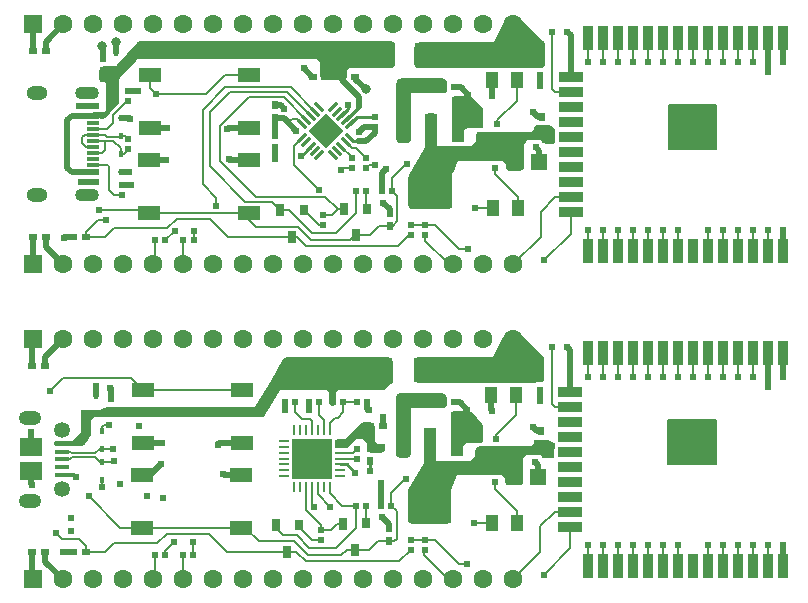
<source format=gtl>
G04 #@! TF.GenerationSoftware,KiCad,Pcbnew,7.0.9*
G04 #@! TF.CreationDate,2024-10-07T22:18:26-04:00*
G04 #@! TF.ProjectId,ESP32_VP,45535033-325f-4565-902e-6b696361645f,rev?*
G04 #@! TF.SameCoordinates,Original*
G04 #@! TF.FileFunction,Copper,L1,Top*
G04 #@! TF.FilePolarity,Positive*
%FSLAX46Y46*%
G04 Gerber Fmt 4.6, Leading zero omitted, Abs format (unit mm)*
G04 Created by KiCad (PCBNEW 7.0.9) date 2024-10-07 22:18:26*
%MOMM*%
%LPD*%
G01*
G04 APERTURE LIST*
G04 Aperture macros list*
%AMRotRect*
0 Rectangle, with rotation*
0 The origin of the aperture is its center*
0 $1 length*
0 $2 width*
0 $3 Rotation angle, in degrees counterclockwise*
0 Add horizontal line*
21,1,$1,$2,0,0,$3*%
G04 Aperture macros list end*
G04 #@! TA.AperFunction,SMDPad,CuDef*
%ADD10R,0.639600X0.965200*%
G04 #@! TD*
G04 #@! TA.AperFunction,SMDPad,CuDef*
%ADD11R,0.639600X1.016000*%
G04 #@! TD*
G04 #@! TA.AperFunction,SMDPad,CuDef*
%ADD12R,0.705600X1.015400*%
G04 #@! TD*
G04 #@! TA.AperFunction,SMDPad,CuDef*
%ADD13R,0.540000X0.570000*%
G04 #@! TD*
G04 #@! TA.AperFunction,SMDPad,CuDef*
%ADD14R,1.900000X1.300000*%
G04 #@! TD*
G04 #@! TA.AperFunction,SMDPad,CuDef*
%ADD15R,0.540000X0.790000*%
G04 #@! TD*
G04 #@! TA.AperFunction,SMDPad,CuDef*
%ADD16R,0.790000X0.540000*%
G04 #@! TD*
G04 #@! TA.AperFunction,SMDPad,CuDef*
%ADD17R,1.000000X1.400000*%
G04 #@! TD*
G04 #@! TA.AperFunction,SMDPad,CuDef*
%ADD18RotRect,0.300000X1.000000X135.000000*%
G04 #@! TD*
G04 #@! TA.AperFunction,SMDPad,CuDef*
%ADD19RotRect,0.300000X1.000000X45.000000*%
G04 #@! TD*
G04 #@! TA.AperFunction,SMDPad,CuDef*
%ADD20RotRect,2.150000X2.150000X45.000000*%
G04 #@! TD*
G04 #@! TA.AperFunction,ComponentPad*
%ADD21R,1.600000X1.600000*%
G04 #@! TD*
G04 #@! TA.AperFunction,ComponentPad*
%ADD22C,1.600000*%
G04 #@! TD*
G04 #@! TA.AperFunction,SMDPad,CuDef*
%ADD23R,0.950000X2.100000*%
G04 #@! TD*
G04 #@! TA.AperFunction,SMDPad,CuDef*
%ADD24R,2.100000X0.950000*%
G04 #@! TD*
G04 #@! TA.AperFunction,SMDPad,CuDef*
%ADD25R,0.900000X0.900000*%
G04 #@! TD*
G04 #@! TA.AperFunction,SMDPad,CuDef*
%ADD26R,0.570000X0.540000*%
G04 #@! TD*
G04 #@! TA.AperFunction,SMDPad,CuDef*
%ADD27R,0.400000X0.600000*%
G04 #@! TD*
G04 #@! TA.AperFunction,SMDPad,CuDef*
%ADD28R,0.980000X2.470000*%
G04 #@! TD*
G04 #@! TA.AperFunction,SMDPad,CuDef*
%ADD29R,3.600000X2.470000*%
G04 #@! TD*
G04 #@! TA.AperFunction,SMDPad,CuDef*
%ADD30R,1.410000X1.350000*%
G04 #@! TD*
G04 #@! TA.AperFunction,SMDPad,CuDef*
%ADD31R,0.740000X2.100000*%
G04 #@! TD*
G04 #@! TA.AperFunction,SMDPad,CuDef*
%ADD32R,1.100000X0.550000*%
G04 #@! TD*
G04 #@! TA.AperFunction,SMDPad,CuDef*
%ADD33R,1.100000X0.300000*%
G04 #@! TD*
G04 #@! TA.AperFunction,ComponentPad*
%ADD34O,2.000000X1.100000*%
G04 #@! TD*
G04 #@! TA.AperFunction,ComponentPad*
%ADD35O,1.800000X1.200000*%
G04 #@! TD*
G04 #@! TA.AperFunction,SMDPad,CuDef*
%ADD36R,0.910000X0.280000*%
G04 #@! TD*
G04 #@! TA.AperFunction,SMDPad,CuDef*
%ADD37R,0.280000X0.910000*%
G04 #@! TD*
G04 #@! TA.AperFunction,SMDPad,CuDef*
%ADD38R,3.350000X3.350000*%
G04 #@! TD*
G04 #@! TA.AperFunction,SMDPad,CuDef*
%ADD39R,1.300000X0.400000*%
G04 #@! TD*
G04 #@! TA.AperFunction,ComponentPad*
%ADD40C,1.350000*%
G04 #@! TD*
G04 #@! TA.AperFunction,ComponentPad*
%ADD41O,1.900000X1.200000*%
G04 #@! TD*
G04 #@! TA.AperFunction,SMDPad,CuDef*
%ADD42R,1.900000X1.500000*%
G04 #@! TD*
G04 #@! TA.AperFunction,ViaPad*
%ADD43C,0.609600*%
G04 #@! TD*
G04 #@! TA.AperFunction,ViaPad*
%ADD44C,0.800000*%
G04 #@! TD*
G04 #@! TA.AperFunction,Conductor*
%ADD45C,0.533400*%
G04 #@! TD*
G04 #@! TA.AperFunction,Conductor*
%ADD46C,0.152400*%
G04 #@! TD*
G04 #@! TA.AperFunction,Conductor*
%ADD47C,0.254000*%
G04 #@! TD*
G04 #@! TA.AperFunction,Conductor*
%ADD48C,0.203200*%
G04 #@! TD*
G04 #@! TA.AperFunction,Conductor*
%ADD49C,0.304800*%
G04 #@! TD*
G04 APERTURE END LIST*
D10*
X93324200Y-104648000D03*
D11*
X91363800Y-104673400D03*
D12*
X92346800Y-106908300D03*
D13*
X94003600Y-96877400D03*
X94003600Y-97737400D03*
D14*
X83295600Y-104993000D03*
X74895600Y-104993000D03*
X83295600Y-100493000D03*
X74895600Y-100493000D03*
D15*
X70942200Y-91906000D03*
X70942200Y-93006000D03*
D16*
X68461800Y-107086400D03*
X69561800Y-107086400D03*
D13*
X89636600Y-105198000D03*
X89636600Y-106058000D03*
D16*
X92320200Y-93472000D03*
X91220200Y-93472000D03*
D13*
X98247200Y-106021400D03*
X98247200Y-106881400D03*
X97078800Y-106021400D03*
X97078800Y-106881400D03*
X104190800Y-101166400D03*
X104190800Y-100306400D03*
X93243400Y-101217200D03*
X93243400Y-100357200D03*
D17*
X106002800Y-93751400D03*
X103902800Y-93751400D03*
D15*
X102920800Y-97428400D03*
X102920800Y-98528400D03*
D18*
X87837198Y-98683093D03*
X88190751Y-99036646D03*
X88544304Y-99390200D03*
X88897858Y-99743753D03*
X89251411Y-100097306D03*
D19*
X90453493Y-100097306D03*
X90807046Y-99743753D03*
X91160600Y-99390200D03*
X91514153Y-99036646D03*
X91867706Y-98683093D03*
D18*
X91867706Y-97481011D03*
X91514153Y-97127458D03*
X91160600Y-96773904D03*
X90807046Y-96420351D03*
X90453493Y-96066798D03*
D19*
X89251411Y-96066798D03*
X88897858Y-96420351D03*
X88544304Y-96773904D03*
X88190751Y-97127458D03*
X87837198Y-97481011D03*
D20*
X89852452Y-98082052D03*
D16*
X100803800Y-94386400D03*
X99703800Y-94386400D03*
D15*
X95247400Y-105043800D03*
X95247400Y-106143800D03*
D13*
X72567800Y-102643200D03*
X72567800Y-103503200D03*
D16*
X88705600Y-93472000D03*
X89805600Y-93472000D03*
D13*
X92075000Y-101242600D03*
X92075000Y-100382600D03*
D17*
X106079000Y-104597200D03*
X103979000Y-104597200D03*
D13*
X73075800Y-94693000D03*
X73075800Y-95553000D03*
D15*
X108127800Y-96842400D03*
X108127800Y-97942400D03*
D21*
X65074800Y-89052400D03*
D22*
X67614800Y-89052400D03*
X70154800Y-89052400D03*
X72694800Y-89052400D03*
X75234800Y-89052400D03*
X77774800Y-89052400D03*
X80314800Y-89052400D03*
X82854800Y-89052400D03*
X85394800Y-89052400D03*
X87934800Y-89052400D03*
X90474800Y-89052400D03*
X93014800Y-89052400D03*
X95554800Y-89052400D03*
X98094800Y-89052400D03*
X100634800Y-89052400D03*
X103174800Y-89052400D03*
X105714800Y-89052400D03*
D23*
X128574800Y-90229400D03*
X127304800Y-90229400D03*
X126034800Y-90229400D03*
X124764800Y-90229400D03*
X123494800Y-90229400D03*
X122224800Y-90229400D03*
X120954800Y-90229400D03*
X119684800Y-90229400D03*
X118414800Y-90229400D03*
X117144800Y-90229400D03*
X115874800Y-90229400D03*
X114604800Y-90229400D03*
X113334800Y-90229400D03*
X112064800Y-90229400D03*
D24*
X110574800Y-93519400D03*
X110574800Y-94789400D03*
X110574800Y-96059400D03*
X110574800Y-97329400D03*
X110574800Y-98599400D03*
X110574800Y-99869400D03*
X110574800Y-101139400D03*
X110574800Y-102409400D03*
X110574800Y-103679400D03*
X110574800Y-104949400D03*
D23*
X112064800Y-108229400D03*
X113334800Y-108229400D03*
X114604800Y-108229400D03*
X115874800Y-108229400D03*
X117144800Y-108229400D03*
X118414800Y-108229400D03*
X119684800Y-108229400D03*
X120954800Y-108229400D03*
X122224800Y-108229400D03*
X123494800Y-108229400D03*
X124764800Y-108229400D03*
X126034800Y-108229400D03*
X127304800Y-108229400D03*
X128574800Y-108229400D03*
D25*
X122294800Y-99129400D03*
X122294800Y-97729400D03*
X122294800Y-96329400D03*
X120894800Y-99129400D03*
X120894800Y-97729400D03*
X120894800Y-96329400D03*
X119494800Y-99129400D03*
X119494800Y-97729400D03*
X119494800Y-96329400D03*
D21*
X65074800Y-109372400D03*
D22*
X67614800Y-109372400D03*
X70154800Y-109372400D03*
X72694800Y-109372400D03*
X75234800Y-109372400D03*
X77774800Y-109372400D03*
X80314800Y-109372400D03*
X82854800Y-109372400D03*
X85394800Y-109372400D03*
X87934800Y-109372400D03*
X90474800Y-109372400D03*
X93014800Y-109372400D03*
X95554800Y-109372400D03*
X98094800Y-109372400D03*
X100634800Y-109372400D03*
X103174800Y-109372400D03*
X105714800Y-109372400D03*
D10*
X87949800Y-104749600D03*
D11*
X85989400Y-104775000D03*
D12*
X86972400Y-107009900D03*
D15*
X85521800Y-99521400D03*
X85521800Y-98421400D03*
D26*
X77774800Y-107340400D03*
X78634800Y-107340400D03*
X95423400Y-103138800D03*
X94563400Y-103138800D03*
X75390800Y-107340400D03*
X76250800Y-107340400D03*
D27*
X72466200Y-101537200D03*
X72466200Y-100037200D03*
D16*
X65032800Y-91338400D03*
X66132800Y-91338400D03*
D14*
X74930000Y-93340800D03*
X83330000Y-93340800D03*
X74930000Y-97840800D03*
X83330000Y-97840800D03*
D15*
X108000800Y-93412400D03*
X108000800Y-92312400D03*
D27*
X72110600Y-91426600D03*
X72110600Y-92926600D03*
D15*
X85521800Y-95881400D03*
X85521800Y-96981400D03*
D26*
X92404400Y-103138800D03*
X93264400Y-103138800D03*
D16*
X65032800Y-107086400D03*
X66132800Y-107086400D03*
D28*
X101029800Y-97779400D03*
X98729800Y-97779400D03*
X96429800Y-97779400D03*
D29*
X98729800Y-103439400D03*
D30*
X105857800Y-100736400D03*
X107857800Y-100736400D03*
D31*
X95173800Y-91667400D03*
X96443800Y-94767400D03*
X97713800Y-91667400D03*
D27*
X72466200Y-96989200D03*
X72466200Y-98489200D03*
D13*
X104317800Y-97512400D03*
X104317800Y-98372400D03*
D32*
X70147200Y-95961600D03*
X70147200Y-96761600D03*
D33*
X70147200Y-97411600D03*
X70147200Y-97911600D03*
X70147200Y-98411600D03*
X70147200Y-98911600D03*
X70147200Y-99411600D03*
X70147200Y-99911600D03*
X70147200Y-100411600D03*
X70147200Y-100911600D03*
D32*
X70147200Y-101561600D03*
X70147200Y-102361600D03*
D34*
X69597200Y-94841600D03*
D35*
X65387200Y-94841600D03*
D34*
X69597200Y-103481600D03*
D35*
X65387200Y-103481600D03*
D26*
X92456000Y-121031000D03*
X93316000Y-121031000D03*
D36*
X91026000Y-127304800D03*
X91026000Y-126804800D03*
X91026000Y-126304800D03*
X91026000Y-125804800D03*
X91026000Y-125304800D03*
X91026000Y-124804800D03*
X91026000Y-124304800D03*
D37*
X90146000Y-123424800D03*
X89646000Y-123424800D03*
X89146000Y-123424800D03*
X88646000Y-123424800D03*
X88146000Y-123424800D03*
X87646000Y-123424800D03*
X87146000Y-123424800D03*
D36*
X86266000Y-124304800D03*
X86266000Y-124804800D03*
X86266000Y-125304800D03*
X86266000Y-125804800D03*
X86266000Y-126304800D03*
X86266000Y-126804800D03*
X86266000Y-127304800D03*
D37*
X87146000Y-128184800D03*
X87646000Y-128184800D03*
X88146000Y-128184800D03*
X88646000Y-128184800D03*
X89146000Y-128184800D03*
X89646000Y-128184800D03*
X90146000Y-128184800D03*
D38*
X88646000Y-125804800D03*
D27*
X70866000Y-127611000D03*
X70866000Y-126111000D03*
D14*
X74320400Y-120010800D03*
X82720400Y-120010800D03*
X74320400Y-124510800D03*
X82720400Y-124510800D03*
D26*
X86361800Y-121031000D03*
X87221800Y-121031000D03*
D31*
X95123000Y-118312000D03*
X96393000Y-121412000D03*
X97663000Y-118312000D03*
D26*
X92353600Y-129783400D03*
X93213600Y-129783400D03*
D15*
X107950000Y-120057000D03*
X107950000Y-118957000D03*
D16*
X64982000Y-133731000D03*
X66082000Y-133731000D03*
D13*
X104267000Y-124157000D03*
X104267000Y-125017000D03*
X98196400Y-132666000D03*
X98196400Y-133526000D03*
D10*
X87540800Y-131434400D03*
D11*
X85580400Y-131459800D03*
D12*
X86563400Y-133694700D03*
D26*
X95372600Y-129783400D03*
X94512600Y-129783400D03*
D16*
X68411000Y-133731000D03*
X69511000Y-133731000D03*
D26*
X75340000Y-133985000D03*
X76200000Y-133985000D03*
D13*
X104140000Y-127811000D03*
X104140000Y-126951000D03*
D27*
X70358000Y-120493000D03*
X70358000Y-121993000D03*
D15*
X102870000Y-124073000D03*
X102870000Y-125173000D03*
D17*
X106028200Y-131241800D03*
X103928200Y-131241800D03*
D14*
X82686000Y-131663000D03*
X74286000Y-131663000D03*
X82686000Y-127163000D03*
X74286000Y-127163000D03*
D30*
X105807000Y-127381000D03*
X107807000Y-127381000D03*
D15*
X95196600Y-131688400D03*
X95196600Y-132788400D03*
D26*
X88392000Y-121031000D03*
X89252000Y-121031000D03*
D28*
X100979000Y-124424000D03*
X98679000Y-124424000D03*
X96379000Y-124424000D03*
D29*
X98679000Y-130084000D03*
D15*
X71628000Y-120693000D03*
X71628000Y-121793000D03*
D26*
X90424000Y-121031000D03*
X91284000Y-121031000D03*
D13*
X89405400Y-131842600D03*
X89405400Y-132702600D03*
D39*
X67507000Y-124557000D03*
X67507000Y-125207000D03*
X67507000Y-125857000D03*
X67507000Y-126507000D03*
X67507000Y-127157000D03*
D40*
X67527000Y-123357000D03*
X67527000Y-128357000D03*
D41*
X64827000Y-129357000D03*
X64827000Y-122357000D03*
D42*
X64897000Y-124857000D03*
X64897000Y-126857000D03*
D16*
X64982000Y-117983000D03*
X66082000Y-117983000D03*
X100753000Y-121031000D03*
X99653000Y-121031000D03*
D13*
X97028000Y-132666000D03*
X97028000Y-133526000D03*
D27*
X70866000Y-123468000D03*
X70866000Y-124968000D03*
D10*
X93273400Y-131292600D03*
D11*
X91313000Y-131318000D03*
D12*
X92296000Y-133552900D03*
D17*
X105952000Y-120396000D03*
X103852000Y-120396000D03*
D23*
X128524000Y-116874000D03*
X127254000Y-116874000D03*
X125984000Y-116874000D03*
X124714000Y-116874000D03*
X123444000Y-116874000D03*
X122174000Y-116874000D03*
X120904000Y-116874000D03*
X119634000Y-116874000D03*
X118364000Y-116874000D03*
X117094000Y-116874000D03*
X115824000Y-116874000D03*
X114554000Y-116874000D03*
X113284000Y-116874000D03*
X112014000Y-116874000D03*
D24*
X110524000Y-120164000D03*
X110524000Y-121434000D03*
X110524000Y-122704000D03*
X110524000Y-123974000D03*
X110524000Y-125244000D03*
X110524000Y-126514000D03*
X110524000Y-127784000D03*
X110524000Y-129054000D03*
X110524000Y-130324000D03*
X110524000Y-131594000D03*
D23*
X112014000Y-134874000D03*
X113284000Y-134874000D03*
X114554000Y-134874000D03*
X115824000Y-134874000D03*
X117094000Y-134874000D03*
X118364000Y-134874000D03*
X119634000Y-134874000D03*
X120904000Y-134874000D03*
X122174000Y-134874000D03*
X123444000Y-134874000D03*
X124714000Y-134874000D03*
X125984000Y-134874000D03*
X127254000Y-134874000D03*
X128524000Y-134874000D03*
D25*
X122244000Y-125774000D03*
X122244000Y-124374000D03*
X122244000Y-122974000D03*
X120844000Y-125774000D03*
X120844000Y-124374000D03*
X120844000Y-122974000D03*
X119444000Y-125774000D03*
X119444000Y-124374000D03*
X119444000Y-122974000D03*
D26*
X77724000Y-133985000D03*
X78584000Y-133985000D03*
D15*
X93590200Y-124900600D03*
X93590200Y-126000600D03*
D16*
X93548200Y-123037600D03*
X94648200Y-123037600D03*
D15*
X108077000Y-123487000D03*
X108077000Y-124587000D03*
D21*
X65024000Y-115697000D03*
D22*
X67564000Y-115697000D03*
X70104000Y-115697000D03*
X72644000Y-115697000D03*
X75184000Y-115697000D03*
X77724000Y-115697000D03*
X80264000Y-115697000D03*
X82804000Y-115697000D03*
X85344000Y-115697000D03*
X87884000Y-115697000D03*
X90424000Y-115697000D03*
X92964000Y-115697000D03*
X95504000Y-115697000D03*
X98044000Y-115697000D03*
X100584000Y-115697000D03*
X103124000Y-115697000D03*
X105664000Y-115697000D03*
D21*
X65024000Y-136017000D03*
D22*
X67564000Y-136017000D03*
X70104000Y-136017000D03*
X72644000Y-136017000D03*
X75184000Y-136017000D03*
X77724000Y-136017000D03*
X80264000Y-136017000D03*
X82804000Y-136017000D03*
X85344000Y-136017000D03*
X87884000Y-136017000D03*
X90424000Y-136017000D03*
X92964000Y-136017000D03*
X95504000Y-136017000D03*
X98044000Y-136017000D03*
X100584000Y-136017000D03*
X103124000Y-136017000D03*
X105664000Y-136017000D03*
D43*
X77089000Y-106527600D03*
X114604800Y-106451400D03*
X89255600Y-103047800D03*
X113334800Y-106451400D03*
X117144800Y-106451400D03*
X118414800Y-106451400D03*
X108331000Y-109016800D03*
X115874800Y-106451400D03*
X80543400Y-104434700D03*
X112064800Y-106451400D03*
X78634800Y-106578400D03*
X101879400Y-108051600D03*
X126034800Y-92227400D03*
X121589800Y-99085400D03*
D44*
X93220991Y-94531473D03*
D43*
X75438000Y-94945200D03*
X70610544Y-104722706D03*
X96697800Y-100863400D03*
X87325200Y-98044000D03*
X120954800Y-97053400D03*
X127304800Y-93116400D03*
X104317800Y-99085400D03*
X103301800Y-100101400D03*
X87763361Y-100222039D03*
X89154000Y-98094800D03*
X69074345Y-102361600D03*
X128574800Y-106451400D03*
X107416600Y-96468700D03*
X101879400Y-95020900D03*
X124764800Y-106451400D03*
X112064800Y-92227400D03*
X118414800Y-92227400D03*
X102920800Y-99466400D03*
X119684800Y-92227400D03*
X107594400Y-99466400D03*
X94945200Y-101270300D03*
X102743000Y-96468700D03*
X120180264Y-97712810D03*
X109017298Y-98195900D03*
X108500371Y-98822006D03*
X121589800Y-96291400D03*
X76327000Y-100507800D03*
X76428600Y-97815400D03*
X110286800Y-89687400D03*
X119557800Y-98450400D03*
X127304800Y-92227400D03*
X91696296Y-95902726D03*
X117144800Y-92227400D03*
X115874800Y-92227400D03*
X94005400Y-100939600D03*
X102463600Y-104597200D03*
X119684800Y-106451400D03*
X122224800Y-106451400D03*
X90652600Y-98094800D03*
X123494800Y-106451400D03*
X126034800Y-106451400D03*
X127304800Y-106451400D03*
X109016800Y-89687400D03*
X113334800Y-92227400D03*
X114604800Y-92227400D03*
X120954800Y-98450400D03*
X81483200Y-97891600D03*
X120954800Y-92252800D03*
X123494800Y-92227400D03*
X124764800Y-92227400D03*
X122224800Y-92227400D03*
X121589800Y-97688400D03*
X73126600Y-98755200D03*
X73126600Y-99593400D03*
X91135200Y-101371901D03*
X71194244Y-105634900D03*
X94665800Y-104126060D03*
X105857800Y-99482400D03*
X92633800Y-98145600D03*
X128574800Y-92227400D03*
D44*
X72110600Y-90500200D03*
D43*
X86334600Y-96189800D03*
X73177400Y-101537200D03*
X73914000Y-94665800D03*
X122224800Y-98450400D03*
X103936800Y-95098100D03*
X119557800Y-97053400D03*
X85521800Y-100406200D03*
X67665600Y-107111800D03*
X81610200Y-100457000D03*
X68935600Y-95961200D03*
X73380600Y-102643200D03*
X73253600Y-97028000D03*
X120192800Y-99085400D03*
X122224800Y-97053400D03*
X101029800Y-95529400D03*
X120192800Y-96342200D03*
D44*
X70891400Y-90881200D03*
D43*
X89916000Y-97383600D03*
X89890600Y-98780600D03*
X87947500Y-92761300D03*
X108000800Y-94259400D03*
X103886000Y-121742700D03*
X101828600Y-121665500D03*
X67614800Y-133756400D03*
X110236000Y-116332000D03*
X94716600Y-122301000D03*
X119507000Y-123698000D03*
X122174000Y-125095000D03*
X120142000Y-125730000D03*
X71602600Y-119837200D03*
X70358000Y-119684800D03*
X72415400Y-127990600D03*
X128524000Y-133096000D03*
X121539000Y-122936000D03*
X121539000Y-125730000D03*
X122174000Y-123698000D03*
X107950000Y-120904000D03*
X74041000Y-123088400D03*
X64922400Y-128016000D03*
X107543600Y-126111000D03*
X70891400Y-128244600D03*
X93590200Y-126847600D03*
X87452200Y-124612400D03*
X86360000Y-121666000D03*
X68720301Y-127381000D03*
X121539000Y-124333000D03*
X102692200Y-123113300D03*
X75844400Y-126237500D03*
X87401400Y-127076200D03*
X100979000Y-122174000D03*
X71482335Y-122957447D03*
X119507000Y-125095000D03*
X88544400Y-127050800D03*
X74676000Y-129006600D03*
X120904000Y-123698000D03*
X120904000Y-125095000D03*
X128524000Y-118872000D03*
X120142000Y-122986800D03*
X107365800Y-123113300D03*
X93472000Y-121666000D03*
X80703579Y-124613351D03*
X75946000Y-124510800D03*
X89814400Y-127050800D03*
X89738200Y-124587000D03*
X64871600Y-123596400D03*
X81153000Y-127127000D03*
X120129464Y-124357410D03*
X92329000Y-127000000D03*
X88519000Y-124561600D03*
X76047600Y-129108200D03*
X94615000Y-130770660D03*
X104267000Y-125730000D03*
X127254000Y-119761000D03*
X108449571Y-125466606D03*
X105807000Y-126127000D03*
X88392000Y-121666000D03*
X103251000Y-126746000D03*
X127254000Y-118872000D03*
X102870000Y-126111000D03*
X108970840Y-124735089D03*
X94488000Y-127914900D03*
X94462600Y-124992900D03*
X68275200Y-130835400D03*
X68275200Y-131953000D03*
X96647000Y-127508000D03*
X69773800Y-129006600D03*
X125984000Y-118872000D03*
X66471800Y-120116600D03*
X66979800Y-132080000D03*
X92456000Y-125856003D03*
X71907400Y-126047500D03*
X71831200Y-124968000D03*
X92456000Y-124992900D03*
X124714000Y-118872000D03*
X123444000Y-118872000D03*
X122174000Y-118872000D03*
X120904000Y-118897400D03*
X119634000Y-118872000D03*
X118364000Y-118872000D03*
X117094000Y-118872000D03*
X115824000Y-118872000D03*
X114554000Y-118872000D03*
X113284000Y-118872000D03*
X112014000Y-118872000D03*
X108966000Y-116332000D03*
X127254000Y-133096000D03*
X125984000Y-133096000D03*
X124714000Y-133096000D03*
X123444000Y-133096000D03*
X122174000Y-133096000D03*
X119634000Y-133096000D03*
X118364000Y-133096000D03*
X102412800Y-131241800D03*
X117094000Y-133096000D03*
X115824000Y-133096000D03*
X114554000Y-133096000D03*
X113284000Y-133096000D03*
X108280200Y-135661400D03*
X76962000Y-132842000D03*
X88823800Y-129920680D03*
X78584000Y-132842000D03*
X90220800Y-129921000D03*
X112014000Y-133096000D03*
X101828600Y-134696200D03*
D45*
X108763798Y-97942400D02*
X108127800Y-97942400D01*
X109017298Y-98195900D02*
X108763798Y-97942400D01*
D46*
X101142800Y-108051600D02*
X101879400Y-108051600D01*
X80543400Y-104434700D02*
X80543400Y-103708200D01*
X86863907Y-94386400D02*
X88897858Y-96420351D01*
X79400400Y-96316800D02*
X81330800Y-94386400D01*
X79400400Y-102565200D02*
X79400400Y-96316800D01*
X77063600Y-106527600D02*
X76250800Y-107340400D01*
X92007407Y-99529900D02*
X92416100Y-99529900D01*
D47*
X94003600Y-96877400D02*
X92515159Y-96877400D01*
D46*
X91514153Y-99036646D02*
X92007407Y-99529900D01*
X81330800Y-94386400D02*
X86863907Y-94386400D01*
X78634800Y-107340400D02*
X78634800Y-106578400D01*
D47*
X92515159Y-96877400D02*
X91889627Y-97502932D01*
D46*
X89255600Y-103047800D02*
X87179161Y-100971361D01*
X112064800Y-108229400D02*
X112064800Y-106451400D01*
X77089000Y-106527600D02*
X77063600Y-106527600D01*
X97078800Y-106021400D02*
X99112600Y-106021400D01*
X80543400Y-103708200D02*
X79400400Y-102565200D01*
X87179161Y-100971361D02*
X87179161Y-99341130D01*
X92416100Y-99529900D02*
X93243400Y-100357200D01*
X87179161Y-99341130D02*
X87837198Y-98683093D01*
X99112600Y-106021400D02*
X101142800Y-108051600D01*
X91363800Y-104673400D02*
X90842416Y-104673400D01*
X90830400Y-104698800D02*
X91338400Y-104698800D01*
X108051600Y-107035600D02*
X105714800Y-109372400D01*
X110574800Y-104949400D02*
X110574800Y-106773000D01*
X91338400Y-104698800D02*
X91363800Y-104673400D01*
X104317800Y-97180400D02*
X106002800Y-95495400D01*
X93264400Y-104588200D02*
X93324200Y-104648000D01*
X93264400Y-103138800D02*
X93264400Y-104588200D01*
X104190800Y-101166400D02*
X104190800Y-101752400D01*
X108051600Y-104898600D02*
X108051600Y-107035600D01*
X100228400Y-109372400D02*
X100634800Y-109372400D01*
X109270800Y-103679400D02*
X108051600Y-104898600D01*
X80010000Y-96494600D02*
X80010000Y-101041200D01*
X83032400Y-104063600D02*
X85278000Y-104063600D01*
X86571000Y-94800600D02*
X81704000Y-94800600D01*
X80010000Y-101041200D02*
X83032400Y-104063600D01*
X88690000Y-106724000D02*
X86741000Y-104775000D01*
X104317800Y-97512400D02*
X104317800Y-97180400D01*
X80899000Y-100571984D02*
X80899000Y-97649616D01*
X90842416Y-104673400D02*
X89801016Y-103632000D01*
X81704000Y-94800600D02*
X80010000Y-96494600D01*
X90331200Y-105198000D02*
X90830400Y-104698800D01*
X83959016Y-103632000D02*
X80899000Y-100571984D01*
X106079000Y-103640600D02*
X106079000Y-104597200D01*
X80899000Y-97649616D02*
X83341616Y-95207000D01*
X91160600Y-99390200D02*
X92075000Y-100304600D01*
X98221800Y-107365800D02*
X100228400Y-109372400D01*
X92404400Y-103138800D02*
X92404400Y-105029800D01*
X86741000Y-104775000D02*
X85989400Y-104775000D01*
X89456200Y-106058000D02*
X89258200Y-106058000D01*
X110574800Y-103679400D02*
X109270800Y-103679400D01*
X89801016Y-103632000D02*
X83959016Y-103632000D01*
X83341616Y-95207000D02*
X86270293Y-95207000D01*
X113334800Y-108229400D02*
X113334800Y-106451400D01*
X89258200Y-106058000D02*
X87949800Y-104749600D01*
X106002800Y-95495400D02*
X106002800Y-93751400D01*
X92075000Y-100304600D02*
X92075000Y-100382600D01*
X98221800Y-106881400D02*
X98221800Y-107365800D01*
X110574800Y-106773000D02*
X108331000Y-109016800D01*
X92404400Y-105029800D02*
X90710200Y-106724000D01*
X104190800Y-101752400D02*
X106079000Y-103640600D01*
X85278000Y-104063600D02*
X85989400Y-104775000D01*
X90710200Y-106724000D02*
X88690000Y-106724000D01*
X88544304Y-96773904D02*
X86571000Y-94800600D01*
X89636600Y-105198000D02*
X90331200Y-105198000D01*
X86270293Y-95207000D02*
X88190751Y-97127458D01*
X117144800Y-108229400D02*
X117144800Y-106451400D01*
X119684800Y-108229400D02*
X119684800Y-106451400D01*
X114604800Y-108229400D02*
X114604800Y-106451400D01*
X122224800Y-108229400D02*
X122224800Y-106451400D01*
X118414800Y-108229400D02*
X118414800Y-106451400D01*
X115874800Y-108229400D02*
X115874800Y-106451400D01*
X103979000Y-104597200D02*
X102463600Y-104597200D01*
X109016800Y-94535400D02*
X109016800Y-89687400D01*
X109270800Y-94789400D02*
X109016800Y-94535400D01*
X75390800Y-109216400D02*
X75234800Y-109372400D01*
X123494800Y-108229400D02*
X123494800Y-106451400D01*
X112064800Y-90229400D02*
X112064800Y-92227400D01*
X77774800Y-107340400D02*
X77774800Y-109372400D01*
X126034800Y-108229400D02*
X126034800Y-106451400D01*
X127304800Y-108229400D02*
X127304800Y-106451400D01*
X110574800Y-94789400D02*
X109270800Y-94789400D01*
X124764800Y-108229400D02*
X124764800Y-106451400D01*
X75390800Y-107340400D02*
X75390800Y-109216400D01*
X114604800Y-90229400D02*
X114604800Y-92227400D01*
X118414800Y-90229400D02*
X118414800Y-92227400D01*
X120954800Y-90229400D02*
X120954800Y-92252800D01*
X119684800Y-90229400D02*
X119684800Y-92227400D01*
X122224800Y-90229400D02*
X122224800Y-92227400D01*
X117144800Y-90229400D02*
X117144800Y-92227400D01*
X115874800Y-90229400D02*
X115874800Y-92227400D01*
X70519600Y-99411600D02*
X69502200Y-99411600D01*
X72399400Y-98556000D02*
X72466200Y-98489200D01*
X71314000Y-98556000D02*
X72399400Y-98556000D01*
X72759000Y-100037200D02*
X72466200Y-100037200D01*
X70906000Y-99911600D02*
X71120000Y-99697600D01*
X92075000Y-101242600D02*
X91264501Y-101242600D01*
X69215000Y-98602800D02*
X69406200Y-98411600D01*
X71475600Y-103047800D02*
X71931000Y-103503200D01*
X71120000Y-99697600D02*
X71120000Y-98911600D01*
X73126600Y-99593400D02*
X73126600Y-99669600D01*
X71120000Y-98911600D02*
X71835200Y-98911600D01*
X73126600Y-99669600D02*
X72759000Y-100037200D01*
X123494800Y-90229400D02*
X123494800Y-92227400D01*
X71475600Y-101065200D02*
X71475600Y-103047800D01*
X94005400Y-100939600D02*
X93521000Y-100939600D01*
X71169600Y-98411600D02*
X71314000Y-98556000D01*
X72466200Y-99542600D02*
X72466200Y-100037200D01*
X69215000Y-99124400D02*
X69215000Y-98602800D01*
X72860600Y-98489200D02*
X72466200Y-98489200D01*
X93521000Y-100939600D02*
X93243400Y-101217200D01*
X71835200Y-98911600D02*
X72466200Y-99542600D01*
X91264501Y-101242600D02*
X91135200Y-101371901D01*
X71931000Y-103503200D02*
X72567800Y-103503200D01*
X71322000Y-100911600D02*
X71475600Y-101065200D01*
X70279600Y-100911600D02*
X71322000Y-100911600D01*
X69502200Y-99411600D02*
X69215000Y-99124400D01*
X69406200Y-98411600D02*
X71169600Y-98411600D01*
X71805800Y-97427800D02*
X71805800Y-96748600D01*
X71805800Y-96748600D02*
X73001400Y-95553000D01*
X73126600Y-98755200D02*
X72860600Y-98489200D01*
X124764800Y-90229400D02*
X124764800Y-92227400D01*
X70279600Y-97911600D02*
X71322000Y-97911600D01*
X71322000Y-97911600D02*
X71805800Y-97427800D01*
X73001400Y-95553000D02*
X73075800Y-95553000D01*
X70147200Y-99911600D02*
X70906000Y-99911600D01*
X70279600Y-98911600D02*
X71120000Y-98911600D01*
X95423400Y-103138800D02*
X95898400Y-103613800D01*
X74957000Y-105054400D02*
X82700800Y-105054400D01*
X82700800Y-105054400D02*
X82736800Y-105018400D01*
X92346800Y-106908300D02*
X91914700Y-107340400D01*
X96619800Y-100863400D02*
X96697800Y-100863400D01*
X95898400Y-105726800D02*
X95481400Y-106143800D01*
X80010000Y-105511600D02*
X77216000Y-105511600D01*
X79705200Y-94945200D02*
X81309600Y-93340800D01*
X77216000Y-105511600D02*
X76403200Y-106324400D01*
X71170800Y-107086400D02*
X69561800Y-107086400D01*
D45*
X86262600Y-96981400D02*
X86436200Y-97155000D01*
D46*
X95935800Y-107848400D02*
X88188800Y-107848400D01*
X93573900Y-106908300D02*
X92346800Y-106908300D01*
X69561800Y-107086400D02*
X69561800Y-106612600D01*
X82747400Y-105029000D02*
X82736800Y-105018400D01*
X94338400Y-106143800D02*
X93573900Y-106908300D01*
X95898400Y-103613800D02*
X95898400Y-105726800D01*
X88620600Y-107340400D02*
X87441600Y-106161400D01*
X69561800Y-106612600D02*
X70539500Y-105634900D01*
X87441600Y-106161400D02*
X83879800Y-106161400D01*
D45*
X94003600Y-97737400D02*
X93042000Y-97737400D01*
D46*
X83879800Y-106161400D02*
X82736800Y-105018400D01*
D47*
X92161455Y-98933000D02*
X91889627Y-98661172D01*
D46*
X74895600Y-104993000D02*
X74957000Y-105054400D01*
X70610544Y-104722706D02*
X70612038Y-104724200D01*
X95423400Y-102059800D02*
X96619800Y-100863400D01*
X74626800Y-104724200D02*
X74895600Y-104993000D01*
D45*
X94003600Y-98198200D02*
X94003600Y-97737400D01*
D46*
X75438000Y-94945200D02*
X79705200Y-94945200D01*
X88188800Y-107848400D02*
X87390500Y-107050100D01*
X75438000Y-94919800D02*
X74930000Y-94411800D01*
X76403200Y-106324400D02*
X71932800Y-106324400D01*
X87390500Y-107050100D02*
X81548500Y-107050100D01*
X81548500Y-107050100D02*
X80010000Y-105511600D01*
X126034800Y-90229400D02*
X126034800Y-92227400D01*
X70539500Y-105634900D02*
X71194244Y-105634900D01*
X71932800Y-106324400D02*
X71170800Y-107086400D01*
X70612038Y-104724200D02*
X74626800Y-104724200D01*
X97078800Y-106881400D02*
X96902800Y-106881400D01*
X81309600Y-93340800D02*
X83330000Y-93340800D01*
X74930000Y-94411800D02*
X74930000Y-93340800D01*
X96902800Y-106881400D02*
X95935800Y-107848400D01*
X95481400Y-106143800D02*
X95247400Y-106143800D01*
X95247400Y-106143800D02*
X94338400Y-106143800D01*
X75438000Y-94945200D02*
X75438000Y-94919800D01*
X91914700Y-107340400D02*
X88620600Y-107340400D01*
X95423400Y-103138800D02*
X95423400Y-102059800D01*
D45*
X104317800Y-99085400D02*
X104317800Y-98372400D01*
X85521800Y-95881400D02*
X86026200Y-95881400D01*
X66132800Y-107086400D02*
X66132800Y-107890400D01*
X95247400Y-105043800D02*
X95247400Y-104707660D01*
X101244900Y-94386400D02*
X101879400Y-95020900D01*
X76312200Y-100493000D02*
X76327000Y-100507800D01*
X73214800Y-96989200D02*
X72466200Y-96989200D01*
X87947500Y-92761300D02*
X88658200Y-93472000D01*
X73886800Y-94693000D02*
X73914000Y-94665800D01*
D46*
X67691000Y-107086400D02*
X67665600Y-107111800D01*
D45*
X102920800Y-97428400D02*
X102920800Y-96646500D01*
X102920800Y-96646500D02*
X102743000Y-96468700D01*
X73075800Y-94693000D02*
X73886800Y-94693000D01*
X127304800Y-92227400D02*
X127304800Y-93116400D01*
X93268800Y-98933000D02*
X94003600Y-98198200D01*
X93042000Y-97737400D02*
X92633800Y-98145600D01*
X85521800Y-99521400D02*
X85521800Y-100406200D01*
X107790300Y-96842400D02*
X107416600Y-96468700D01*
X92532200Y-98933000D02*
X93268800Y-98933000D01*
D48*
X87837198Y-97481011D02*
X87833009Y-97485200D01*
D45*
X105857800Y-100736400D02*
X105857800Y-99482400D01*
X73380600Y-102643200D02*
X72567800Y-102643200D01*
X94563400Y-101652100D02*
X94563400Y-103138800D01*
X73253600Y-97028000D02*
X73214800Y-96989200D01*
X85521800Y-96981400D02*
X86262600Y-96981400D01*
X66132800Y-107890400D02*
X67614800Y-109372400D01*
X65032800Y-91338400D02*
X65032800Y-89094400D01*
X102920800Y-99466400D02*
X102920800Y-98528400D01*
X104190800Y-100306400D02*
X103506800Y-100306400D01*
D46*
X65032800Y-89094400D02*
X65074800Y-89052400D01*
D45*
X73177400Y-101537200D02*
X72466200Y-101537200D01*
X83295600Y-100493000D02*
X81646200Y-100493000D01*
D46*
X103936800Y-94982700D02*
X103902800Y-94948700D01*
D45*
X94945200Y-101270300D02*
X94563400Y-101652100D01*
X88658200Y-93472000D02*
X88705600Y-93472000D01*
X127304800Y-90229400D02*
X127304800Y-92227400D01*
X72110600Y-91426600D02*
X72110600Y-90500200D01*
X103506800Y-100306400D02*
X103301800Y-100101400D01*
D47*
X92532200Y-98933000D02*
X92161455Y-98933000D01*
D48*
X87837198Y-97481011D02*
X87409587Y-97053400D01*
D45*
X110574800Y-89975400D02*
X110286800Y-89687400D01*
X74895600Y-100493000D02*
X76312200Y-100493000D01*
D48*
X87409587Y-97053400D02*
X86944200Y-97053400D01*
D45*
X107857800Y-100736400D02*
X107832400Y-100761800D01*
X95247400Y-104707660D02*
X94665800Y-104126060D01*
X85521800Y-98421400D02*
X85521800Y-96981400D01*
X103902800Y-95064100D02*
X103936800Y-95098100D01*
D48*
X86944200Y-97053400D02*
X86639400Y-97358200D01*
D45*
X65032800Y-107086400D02*
X65032800Y-109330400D01*
D47*
X91696296Y-96238208D02*
X91160600Y-96773904D01*
D45*
X128574800Y-90229400D02*
X128574800Y-92227400D01*
X108000800Y-93412400D02*
X108000800Y-94259400D01*
X86436200Y-97155000D02*
X87325200Y-98044000D01*
X128574800Y-108229400D02*
X128574800Y-106451400D01*
D46*
X65032800Y-109330400D02*
X65074800Y-109372400D01*
D45*
X83330000Y-97840800D02*
X81534000Y-97840800D01*
X110574800Y-93519400D02*
X110574800Y-89975400D01*
D48*
X86639400Y-97358200D02*
X86262600Y-96981400D01*
D45*
X108127800Y-98449435D02*
X108127800Y-97942400D01*
X66132800Y-91338400D02*
X66132800Y-90534400D01*
X108500371Y-98822006D02*
X108127800Y-98449435D01*
X66132800Y-90534400D02*
X67614800Y-89052400D01*
X68313000Y-101561600D02*
X70367200Y-101561600D01*
X67919600Y-97180400D02*
X67919600Y-101168200D01*
D47*
X91514153Y-97127458D02*
X92633800Y-96007811D01*
D45*
X92633800Y-96007811D02*
X92633800Y-95173800D01*
X92320200Y-93630682D02*
X92320200Y-93472000D01*
X70891400Y-90881200D02*
X70942200Y-90932000D01*
X68461800Y-107086400D02*
X67691000Y-107086400D01*
X67919600Y-101168200D02*
X68313000Y-101561600D01*
D47*
X87763361Y-100171143D02*
X87763361Y-100222039D01*
D45*
X68338400Y-96761600D02*
X67919600Y-97180400D01*
X70942200Y-90932000D02*
X70942200Y-91906000D01*
X108127800Y-96842400D02*
X107790300Y-96842400D01*
X103902800Y-93751400D02*
X103902800Y-95064100D01*
X86026200Y-95881400D02*
X86334600Y-96189800D01*
X107594400Y-99466400D02*
X107857800Y-99729800D01*
X91220200Y-93760200D02*
X91220200Y-93472000D01*
X70147200Y-95961600D02*
X70367200Y-95961600D01*
X81646200Y-100493000D02*
X81610200Y-100457000D01*
X107857800Y-99729800D02*
X107857800Y-100736400D01*
X76403200Y-97840800D02*
X76428600Y-97815400D01*
X70146800Y-95961200D02*
X70147200Y-95961600D01*
X92633800Y-95173800D02*
X91220200Y-93760200D01*
X93220991Y-94531473D02*
X92320200Y-93630682D01*
D46*
X103936800Y-95098100D02*
X103936800Y-94982700D01*
D47*
X88544304Y-99390200D02*
X87763361Y-100171143D01*
X91696296Y-95902726D02*
X91696296Y-96238208D01*
D45*
X69074345Y-102361600D02*
X70367200Y-102361600D01*
X100803800Y-94386400D02*
X101244900Y-94386400D01*
X81534000Y-97840800D02*
X81483200Y-97891600D01*
X74930000Y-97840800D02*
X76403200Y-97840800D01*
X68935600Y-95961200D02*
X70146800Y-95961200D01*
X101029800Y-97779400D02*
X101029800Y-95529400D01*
X70367200Y-96761600D02*
X68338400Y-96761600D01*
D46*
X113334800Y-90229400D02*
X113334800Y-92227400D01*
D45*
X108970840Y-124735089D02*
X108822751Y-124587000D01*
X108822751Y-124587000D02*
X108077000Y-124587000D01*
D46*
X86360000Y-121032800D02*
X86361800Y-121031000D01*
D45*
X128524000Y-134874000D02*
X128524000Y-133096000D01*
X95196600Y-131352260D02*
X94615000Y-130770660D01*
X107950000Y-120057000D02*
X107950000Y-120904000D01*
X103852000Y-121708700D02*
X103886000Y-121742700D01*
D46*
X70866000Y-128219200D02*
X70891400Y-128244600D01*
D45*
X128524000Y-116874000D02*
X128524000Y-118872000D01*
D46*
X64897000Y-127990600D02*
X64922400Y-128016000D01*
D45*
X100979000Y-124424000D02*
X100979000Y-122174000D01*
D47*
X91026000Y-126304800D02*
X91633800Y-126304800D01*
D46*
X64982000Y-135975000D02*
X65024000Y-136017000D01*
D45*
X103852000Y-120396000D02*
X103852000Y-121708700D01*
X64982000Y-133731000D02*
X64982000Y-135975000D01*
D46*
X64897000Y-123621800D02*
X64871600Y-123596400D01*
D48*
X70866000Y-127611000D02*
X70866000Y-128219200D01*
D49*
X68496301Y-127157000D02*
X68720301Y-127381000D01*
D45*
X71628000Y-120693000D02*
X71628000Y-119862600D01*
X93316000Y-121555000D02*
X93316000Y-121031000D01*
X100753000Y-121031000D02*
X101194100Y-121031000D01*
X64897000Y-126857000D02*
X64897000Y-127990600D01*
X93427000Y-121666000D02*
X93316000Y-121555000D01*
D46*
X67640200Y-133731000D02*
X67614800Y-133756400D01*
D45*
X74286000Y-127163000D02*
X74918900Y-127163000D01*
X80703579Y-124613351D02*
X80806130Y-124510800D01*
X107543600Y-126111000D02*
X107807000Y-126374400D01*
X64982000Y-117983000D02*
X64982000Y-115739000D01*
D46*
X64982000Y-115739000D02*
X65024000Y-115697000D01*
D45*
X107807000Y-127381000D02*
X107781600Y-127406400D01*
X94648200Y-123037600D02*
X94648200Y-122369400D01*
X110524000Y-120164000D02*
X110524000Y-116620000D01*
X82686000Y-127163000D02*
X81189000Y-127163000D01*
D46*
X103886000Y-121742700D02*
X103886000Y-121627300D01*
D47*
X91633800Y-126304800D02*
X92329000Y-127000000D01*
D45*
X102870000Y-124073000D02*
X102870000Y-123291100D01*
X70358000Y-120493000D02*
X70358000Y-119684800D01*
X74918900Y-127163000D02*
X75844400Y-126237500D01*
X68411000Y-133731000D02*
X67640200Y-133731000D01*
X95196600Y-131688400D02*
X95196600Y-131352260D01*
X101194100Y-121031000D02*
X101828600Y-121665500D01*
D48*
X71482335Y-122957447D02*
X71047753Y-122957447D01*
D45*
X86360000Y-121666000D02*
X86360000Y-121032800D01*
X94648200Y-122369400D02*
X94716600Y-122301000D01*
D46*
X71628000Y-119862600D02*
X71602600Y-119837200D01*
D45*
X64897000Y-124857000D02*
X64897000Y-123621800D01*
X108077000Y-123487000D02*
X107739500Y-123487000D01*
D48*
X70866000Y-123139200D02*
X70866000Y-123468000D01*
D46*
X93472000Y-121666000D02*
X93427000Y-121666000D01*
D45*
X80806130Y-124510800D02*
X82720400Y-124510800D01*
X107739500Y-123487000D02*
X107365800Y-123113300D01*
D49*
X67507000Y-127157000D02*
X68496301Y-127157000D01*
D47*
X93590200Y-126847600D02*
X93590200Y-126000600D01*
D45*
X110524000Y-116620000D02*
X110236000Y-116332000D01*
X74320400Y-124510800D02*
X75946000Y-124510800D01*
X107807000Y-126374400D02*
X107807000Y-127381000D01*
X102870000Y-123291100D02*
X102692200Y-123113300D01*
D48*
X71047753Y-122957447D02*
X70866000Y-123139200D01*
D46*
X81189000Y-127163000D02*
X81153000Y-127127000D01*
X103886000Y-121627300D02*
X103852000Y-121593300D01*
X92786200Y-123037600D02*
X93548200Y-123037600D01*
X93590200Y-124527400D02*
X93590200Y-124900600D01*
D45*
X127254000Y-116874000D02*
X127254000Y-118872000D01*
D46*
X91519000Y-124304800D02*
X92786200Y-123037600D01*
X91030400Y-124809200D02*
X91592400Y-124809200D01*
D45*
X108449571Y-125466606D02*
X108077000Y-125094035D01*
D46*
X91026000Y-124304800D02*
X91519000Y-124304800D01*
X91592400Y-124809200D02*
X92398800Y-124002800D01*
X93065600Y-124002800D02*
X93590200Y-124527400D01*
D45*
X66082000Y-117983000D02*
X66082000Y-117179000D01*
X103456000Y-126951000D02*
X103251000Y-126746000D01*
X88392000Y-121666000D02*
X88392000Y-121031000D01*
D46*
X91026000Y-124804800D02*
X91030400Y-124809200D01*
X92398800Y-124002800D02*
X93065600Y-124002800D01*
D45*
X66082000Y-133731000D02*
X66082000Y-134535000D01*
X102870000Y-126111000D02*
X102870000Y-125173000D01*
X105807000Y-127381000D02*
X105807000Y-126127000D01*
X94512600Y-127939500D02*
X94488000Y-127914900D01*
X104140000Y-126951000D02*
X103456000Y-126951000D01*
X66082000Y-134535000D02*
X67564000Y-136017000D01*
X127254000Y-118872000D02*
X127254000Y-119761000D01*
X104267000Y-125730000D02*
X104267000Y-125017000D01*
D46*
X94370300Y-124900600D02*
X93590200Y-124900600D01*
D45*
X94512600Y-129783400D02*
X94512600Y-127939500D01*
X66082000Y-117179000D02*
X67564000Y-115697000D01*
X108077000Y-125094035D02*
X108077000Y-124587000D01*
D46*
X94462600Y-124992900D02*
X94370300Y-124900600D01*
X95372600Y-128704400D02*
X96569000Y-127508000D01*
X95372600Y-129783400D02*
X95847600Y-130258400D01*
X95372600Y-129783400D02*
X95372600Y-128704400D01*
X82996600Y-131663000D02*
X82686000Y-131663000D01*
X82686000Y-131663000D02*
X74286000Y-131663000D01*
X93523100Y-133552900D02*
X92296000Y-133552900D01*
X91592700Y-133552900D02*
X91160600Y-133985000D01*
X91160600Y-133985000D02*
X88348420Y-133985000D01*
X95633800Y-132788400D02*
X95196600Y-132788400D01*
X84139600Y-132806000D02*
X82996600Y-131663000D01*
X92296000Y-133552900D02*
X91592700Y-133552900D01*
X96569000Y-127508000D02*
X96647000Y-127508000D01*
X74286000Y-131663000D02*
X72430200Y-131663000D01*
X95847600Y-132574600D02*
X95633800Y-132788400D01*
X125984000Y-116874000D02*
X125984000Y-118872000D01*
X87169420Y-132806000D02*
X84139600Y-132806000D01*
X72430200Y-131663000D02*
X69773800Y-129006600D01*
X95196600Y-132788400D02*
X94287600Y-132788400D01*
X88348420Y-133985000D02*
X87169420Y-132806000D01*
X82696600Y-131673600D02*
X82686000Y-131663000D01*
X95847600Y-130258400D02*
X95847600Y-132574600D01*
X94287600Y-132788400D02*
X93523100Y-133552900D01*
X67564000Y-119024400D02*
X66471800Y-120116600D01*
X87339700Y-133694700D02*
X86563400Y-133694700D01*
X75565000Y-132969000D02*
X71882000Y-132969000D01*
X86563400Y-133694700D02*
X81497700Y-133694700D01*
X97028000Y-133526000D02*
X97028000Y-133527800D01*
X96062800Y-134493000D02*
X88138000Y-134493000D01*
X81497700Y-133694700D02*
X79959200Y-132156200D01*
X71120000Y-133731000D02*
X69511000Y-133731000D01*
X74320400Y-120010800D02*
X73334000Y-119024400D01*
X97028000Y-133527800D02*
X96062800Y-134493000D01*
X69511000Y-133188800D02*
X69511000Y-133731000D01*
X66979800Y-132080000D02*
X67513200Y-132613400D01*
X67513200Y-132613400D02*
X68935600Y-132613400D01*
X73334000Y-119024400D02*
X67564000Y-119024400D01*
X68935600Y-132613400D02*
X69511000Y-133188800D01*
X82720400Y-120010800D02*
X74320400Y-120010800D01*
X88138000Y-134493000D02*
X87339700Y-133694700D01*
X76377800Y-132156200D02*
X75565000Y-132969000D01*
X79959200Y-132156200D02*
X76377800Y-132156200D01*
X71882000Y-132969000D02*
X71120000Y-133731000D01*
X71843900Y-126111000D02*
X70866000Y-126111000D01*
X68351400Y-125704600D02*
X70332600Y-125704600D01*
X68199000Y-125857000D02*
X68351400Y-125704600D01*
X70332600Y-125704600D02*
X70739000Y-126111000D01*
X70739000Y-126111000D02*
X70866000Y-126111000D01*
X91026000Y-125804800D02*
X92404797Y-125804800D01*
X67507000Y-125857000D02*
X68199000Y-125857000D01*
X92404797Y-125804800D02*
X92456000Y-125856003D01*
X71907400Y-126047500D02*
X71843900Y-126111000D01*
X67507000Y-125207000D02*
X68184000Y-125207000D01*
X68326000Y-125349000D02*
X70332600Y-125349000D01*
X70332600Y-125349000D02*
X70713600Y-124968000D01*
X92109177Y-125304800D02*
X92421077Y-124992900D01*
X70713600Y-124968000D02*
X70866000Y-124968000D01*
X91026000Y-125304800D02*
X92109177Y-125304800D01*
X68184000Y-125207000D02*
X68326000Y-125349000D01*
X92421077Y-124992900D02*
X92456000Y-124992900D01*
X70866000Y-124968000D02*
X71831200Y-124968000D01*
X124714000Y-116874000D02*
X124714000Y-118872000D01*
X123444000Y-116874000D02*
X123444000Y-118872000D01*
X122174000Y-116874000D02*
X122174000Y-118872000D01*
X120904000Y-116874000D02*
X120904000Y-118897400D01*
X119634000Y-116874000D02*
X119634000Y-118872000D01*
X118364000Y-116874000D02*
X118364000Y-118872000D01*
X117094000Y-116874000D02*
X117094000Y-118872000D01*
X115824000Y-116874000D02*
X115824000Y-118872000D01*
X114554000Y-116874000D02*
X114554000Y-118872000D01*
X113284000Y-116874000D02*
X113284000Y-118872000D01*
X112014000Y-116874000D02*
X112014000Y-118872000D01*
X109220000Y-121434000D02*
X108966000Y-121180000D01*
X110524000Y-121434000D02*
X109220000Y-121434000D01*
X108966000Y-121180000D02*
X108966000Y-116332000D01*
X127254000Y-134874000D02*
X127254000Y-133096000D01*
X125984000Y-134874000D02*
X125984000Y-133096000D01*
X75340000Y-133985000D02*
X75340000Y-135861000D01*
X124714000Y-134874000D02*
X124714000Y-133096000D01*
X75340000Y-135861000D02*
X75184000Y-136017000D01*
X123444000Y-134874000D02*
X123444000Y-133096000D01*
X77724000Y-133985000D02*
X77724000Y-136017000D01*
X122174000Y-134874000D02*
X122174000Y-133096000D01*
X119634000Y-134874000D02*
X119634000Y-133096000D01*
X103928200Y-131241800D02*
X102412800Y-131241800D01*
X118364000Y-134874000D02*
X118364000Y-133096000D01*
X117094000Y-134874000D02*
X117094000Y-133096000D01*
X115824000Y-134874000D02*
X115824000Y-133096000D01*
X114554000Y-134874000D02*
X114554000Y-133096000D01*
X113284000Y-134874000D02*
X113284000Y-133096000D01*
X100177600Y-136017000D02*
X100584000Y-136017000D01*
X98171000Y-134010400D02*
X100177600Y-136017000D01*
X98171000Y-133526000D02*
X98171000Y-134010400D01*
X110524000Y-131594000D02*
X110524000Y-133417600D01*
X110524000Y-133417600D02*
X108280200Y-135661400D01*
X110524000Y-130324000D02*
X109220000Y-130324000D01*
X109220000Y-130324000D02*
X108000800Y-131543200D01*
X108000800Y-131543200D02*
X108000800Y-133680200D01*
X108000800Y-133680200D02*
X105664000Y-136017000D01*
X104267000Y-124157000D02*
X104267000Y-123825000D01*
X105952000Y-122140000D02*
X105952000Y-120396000D01*
X104267000Y-123825000D02*
X105952000Y-122140000D01*
X106028200Y-130285200D02*
X106028200Y-131241800D01*
X104140000Y-128397000D02*
X106028200Y-130285200D01*
X104140000Y-127811000D02*
X104140000Y-128397000D01*
X93213600Y-131232800D02*
X93273400Y-131292600D01*
X93213600Y-129783400D02*
X93213600Y-131232800D01*
X90805000Y-131318000D02*
X90280400Y-131842600D01*
X88146000Y-128041800D02*
X88146000Y-130176827D01*
X89405400Y-131436227D02*
X89405400Y-131842600D01*
X90280400Y-131842600D02*
X89405400Y-131842600D01*
X91313000Y-131318000D02*
X90805000Y-131318000D01*
X88146000Y-130176827D02*
X89405400Y-131436227D01*
X88659000Y-132702600D02*
X87540800Y-131584400D01*
X87540800Y-131584400D02*
X87540800Y-131434400D01*
X89405400Y-132702600D02*
X88659000Y-132702600D01*
X92353600Y-129783400D02*
X92353600Y-131674400D01*
X88450440Y-133368600D02*
X87379840Y-132298000D01*
X85580400Y-131656000D02*
X85580400Y-131459800D01*
X90146000Y-128184800D02*
X90146000Y-128728600D01*
X87379840Y-132298000D02*
X86222400Y-132298000D01*
X91200800Y-129783400D02*
X92353600Y-129783400D01*
X92353600Y-131674400D02*
X90659400Y-133368600D01*
X90659400Y-133368600D02*
X88450440Y-133368600D01*
X90146000Y-128728600D02*
X91200800Y-129783400D01*
X86222400Y-132298000D02*
X85580400Y-131656000D01*
X90146000Y-123424800D02*
X90146000Y-122782200D01*
X92456000Y-121031000D02*
X91284000Y-121031000D01*
X90830400Y-122351800D02*
X91284000Y-121898200D01*
X90576400Y-122351800D02*
X90830400Y-122351800D01*
X91284000Y-121898200D02*
X91284000Y-121031000D01*
X90146000Y-122782200D02*
X90576400Y-122351800D01*
X89646000Y-122513600D02*
X89252000Y-122119600D01*
X89646000Y-123424800D02*
X89646000Y-122513600D01*
X89252000Y-122119600D02*
X89252000Y-121031000D01*
X88646000Y-122618600D02*
X88506200Y-122478800D01*
X88506200Y-122478800D02*
X87858600Y-122478800D01*
X87858600Y-122478800D02*
X87221800Y-121842000D01*
X88646000Y-123424800D02*
X88646000Y-122618600D01*
X87221800Y-121842000D02*
X87221800Y-121031000D01*
X76200000Y-133985000D02*
X76200000Y-133604000D01*
X88823800Y-129920680D02*
X88646000Y-129742880D01*
X88646000Y-129742880D02*
X88646000Y-128237000D01*
X76200000Y-133604000D02*
X76962000Y-132842000D01*
X89146000Y-128237000D02*
X89146000Y-128846200D01*
X89146000Y-128846200D02*
X90220800Y-129921000D01*
X78584000Y-133985000D02*
X78584000Y-132842000D01*
X101092000Y-134696200D02*
X101828600Y-134696200D01*
X112014000Y-134874000D02*
X112014000Y-133096000D01*
X99061800Y-132666000D02*
X101092000Y-134696200D01*
X97028000Y-132666000D02*
X99061800Y-132666000D01*
G04 #@! TA.AperFunction,Conductor*
G36*
X99704629Y-120270525D02*
G01*
X99793345Y-120284576D01*
X99830230Y-120296561D01*
X99901450Y-120332850D01*
X99932832Y-120355651D01*
X99989348Y-120412167D01*
X100012149Y-120443549D01*
X100048435Y-120514762D01*
X100060423Y-120551660D01*
X100069566Y-120609388D01*
X100060611Y-120678681D01*
X100060529Y-120678867D01*
X100055663Y-120689888D01*
X100055662Y-120689892D01*
X100052700Y-120715419D01*
X100052700Y-121255094D01*
X100039185Y-121311389D01*
X100012150Y-121364448D01*
X99989346Y-121395834D01*
X99932832Y-121452348D01*
X99901447Y-121475151D01*
X99830235Y-121511436D01*
X99793337Y-121523425D01*
X99729975Y-121533460D01*
X99704640Y-121537473D01*
X99685244Y-121539000D01*
X97028000Y-121539000D01*
X97028000Y-121919994D01*
X97028000Y-125339244D01*
X97026473Y-125358642D01*
X97012425Y-125447337D01*
X97000436Y-125484235D01*
X96964151Y-125555447D01*
X96941348Y-125586832D01*
X96884832Y-125643348D01*
X96853447Y-125666151D01*
X96782235Y-125702436D01*
X96745337Y-125714425D01*
X96681975Y-125724460D01*
X96656640Y-125728473D01*
X96637244Y-125730000D01*
X96148756Y-125730000D01*
X96129359Y-125728473D01*
X96086506Y-125721686D01*
X96040662Y-125714425D01*
X96003765Y-125702436D01*
X95932551Y-125666150D01*
X95901167Y-125643348D01*
X95844651Y-125586832D01*
X95821850Y-125555450D01*
X95785561Y-125484230D01*
X95773576Y-125447345D01*
X95759525Y-125358629D01*
X95758000Y-125339244D01*
X95758000Y-120659755D01*
X95759524Y-120640371D01*
X95773576Y-120551652D01*
X95785560Y-120514771D01*
X95821851Y-120443546D01*
X95844648Y-120412170D01*
X95901170Y-120355648D01*
X95932546Y-120332851D01*
X96003771Y-120296560D01*
X96040654Y-120284576D01*
X96129369Y-120270525D01*
X96148756Y-120269000D01*
X99685244Y-120269000D01*
X99704629Y-120270525D01*
G37*
G04 #@! TD.AperFunction*
G04 #@! TA.AperFunction,Conductor*
G36*
X93608792Y-122734350D02*
G01*
X93697026Y-122748325D01*
X93734512Y-122760505D01*
X93805170Y-122796507D01*
X93837056Y-122819675D01*
X93893124Y-122875743D01*
X93916292Y-122907630D01*
X93952292Y-122978283D01*
X93964474Y-123015773D01*
X93978449Y-123104006D01*
X93980000Y-123123717D01*
X93980000Y-124282200D01*
X94083854Y-124397593D01*
X94095079Y-124410067D01*
X94095089Y-124410077D01*
X94208600Y-124536200D01*
X94615000Y-124536200D01*
X94712711Y-124536200D01*
X94745324Y-124540494D01*
X94749179Y-124541527D01*
X94809801Y-124578479D01*
X94838264Y-124630591D01*
X94839298Y-124634446D01*
X94843600Y-124667088D01*
X94843600Y-124907282D01*
X94842049Y-124926993D01*
X94828074Y-125015226D01*
X94815892Y-125052718D01*
X94779896Y-125123364D01*
X94756724Y-125155256D01*
X94700656Y-125211324D01*
X94668766Y-125234494D01*
X94598118Y-125270492D01*
X94560626Y-125282674D01*
X94495081Y-125293055D01*
X94472391Y-125296649D01*
X94452683Y-125298200D01*
X93685117Y-125298200D01*
X93665408Y-125296649D01*
X93636296Y-125292038D01*
X93577173Y-125282674D01*
X93539683Y-125270492D01*
X93469030Y-125234492D01*
X93437143Y-125211324D01*
X93381075Y-125155256D01*
X93357907Y-125123370D01*
X93321905Y-125052712D01*
X93309725Y-125015225D01*
X93295751Y-124926992D01*
X93294200Y-124907282D01*
X93294200Y-124617816D01*
X93294200Y-124617815D01*
X93294200Y-124460000D01*
X92964000Y-124129800D01*
X92806187Y-124129800D01*
X92613812Y-124129800D01*
X92456000Y-124129800D01*
X92344410Y-124241390D01*
X91740239Y-124845561D01*
X91721147Y-124861230D01*
X91682673Y-124886938D01*
X91637252Y-124905752D01*
X91614389Y-124910300D01*
X91591870Y-124914779D01*
X91567290Y-124917200D01*
X91553166Y-124917200D01*
X91528586Y-124914779D01*
X91506067Y-124910300D01*
X90865475Y-124910300D01*
X90810465Y-124897657D01*
X90756896Y-124871661D01*
X90724056Y-124848628D01*
X90666232Y-124792388D01*
X90642299Y-124760205D01*
X90605078Y-124688634D01*
X90592473Y-124650561D01*
X90592463Y-124650500D01*
X90578006Y-124560830D01*
X90576400Y-124540774D01*
X90576400Y-124520717D01*
X90577951Y-124501007D01*
X90591925Y-124412774D01*
X90604104Y-124375289D01*
X90640109Y-124304625D01*
X90663272Y-124272746D01*
X90719346Y-124216672D01*
X90751225Y-124193509D01*
X90821889Y-124157504D01*
X90859371Y-124145325D01*
X90947607Y-124131350D01*
X90967317Y-124129800D01*
X91330932Y-124129800D01*
X91330933Y-124129800D01*
X91490800Y-124129800D01*
X91602801Y-124015725D01*
X92755735Y-122841440D01*
X92774908Y-122825445D01*
X92852295Y-122772962D01*
X92898142Y-122753726D01*
X92968225Y-122739618D01*
X92989791Y-122735278D01*
X93014655Y-122732800D01*
X93589083Y-122732800D01*
X93608792Y-122734350D01*
G37*
G04 #@! TD.AperFunction*
G04 #@! TA.AperFunction,Conductor*
G36*
X122799366Y-122432225D02*
G01*
X122827705Y-122439818D01*
X122883294Y-122471912D01*
X122892087Y-122480705D01*
X122924180Y-122536291D01*
X122931774Y-122564631D01*
X122936000Y-122596726D01*
X122936000Y-126196273D01*
X122931774Y-126228368D01*
X122924180Y-126256708D01*
X122892087Y-126312294D01*
X122883294Y-126321087D01*
X122827709Y-126353180D01*
X122799370Y-126360774D01*
X122767274Y-126365000D01*
X118913726Y-126365000D01*
X118881631Y-126360774D01*
X118853291Y-126353180D01*
X118797705Y-126321087D01*
X118788912Y-126312294D01*
X118756818Y-126256706D01*
X118749223Y-126228363D01*
X118745000Y-126196273D01*
X118745000Y-122596726D01*
X118749224Y-122564635D01*
X118749225Y-122564631D01*
X118756818Y-122536291D01*
X118788910Y-122480707D01*
X118797707Y-122471910D01*
X118853291Y-122439818D01*
X118881637Y-122432223D01*
X118913726Y-122428000D01*
X122767274Y-122428000D01*
X122799366Y-122432225D01*
G37*
G04 #@! TD.AperFunction*
G04 #@! TA.AperFunction,Conductor*
G36*
X98815629Y-123191525D02*
G01*
X98904345Y-123205576D01*
X98941230Y-123217561D01*
X99012450Y-123253850D01*
X99043832Y-123276651D01*
X99100348Y-123333167D01*
X99123151Y-123364552D01*
X99159436Y-123435764D01*
X99171425Y-123472662D01*
X99185473Y-123561357D01*
X99187000Y-123580755D01*
X99187000Y-125984000D01*
X101950185Y-125984000D01*
X101950187Y-125984000D01*
X102108000Y-125984000D01*
X102489000Y-125603000D01*
X102489000Y-125155555D01*
X102490524Y-125136171D01*
X102504576Y-125047452D01*
X102516560Y-125010571D01*
X102552851Y-124939346D01*
X102575648Y-124907970D01*
X102632170Y-124851448D01*
X102663546Y-124828651D01*
X102734772Y-124792359D01*
X102771652Y-124780376D01*
X102806710Y-124774823D01*
X102826084Y-124773299D01*
X103185578Y-124773299D01*
X103211109Y-124770338D01*
X103211112Y-124770336D01*
X103215477Y-124769150D01*
X103248032Y-124764800D01*
X107068548Y-124764800D01*
X107213400Y-124764800D01*
X107442000Y-124561600D01*
X107442000Y-124400126D01*
X107446225Y-124368034D01*
X107457221Y-124326994D01*
X107489313Y-124271407D01*
X107507407Y-124253313D01*
X107562992Y-124221221D01*
X107580030Y-124216656D01*
X107604034Y-124210225D01*
X107636126Y-124206000D01*
X108575003Y-124206000D01*
X108594865Y-124207601D01*
X108611035Y-124210225D01*
X108685621Y-124222328D01*
X108723307Y-124234891D01*
X108804747Y-124277562D01*
X108821597Y-124288198D01*
X109059916Y-124466937D01*
X109074299Y-124479572D01*
X109135999Y-124542853D01*
X109158124Y-124573961D01*
X109168283Y-124594278D01*
X109180659Y-124663043D01*
X109173762Y-124688798D01*
X109174110Y-124688893D01*
X109171662Y-124697888D01*
X109168700Y-124723419D01*
X109168700Y-125648352D01*
X109149015Y-125715391D01*
X109096211Y-125761146D01*
X109076797Y-125768126D01*
X109045272Y-125776574D01*
X109013175Y-125780800D01*
X108839000Y-125780800D01*
X108397338Y-125780800D01*
X108377118Y-125779140D01*
X108297260Y-125765941D01*
X108258970Y-125752929D01*
X108196695Y-125719600D01*
X108164632Y-125694961D01*
X108102400Y-125628400D01*
X108000800Y-125476000D01*
X107817638Y-125476000D01*
X107817635Y-125476000D01*
X106994610Y-125476000D01*
X106994605Y-125476000D01*
X106807000Y-125476000D01*
X106692616Y-125624698D01*
X106692616Y-125624699D01*
X106632010Y-125703485D01*
X106632006Y-125703491D01*
X106553000Y-125806200D01*
X106553000Y-125935786D01*
X106553000Y-125935791D01*
X106553000Y-127676044D01*
X106551473Y-127695442D01*
X106537425Y-127784137D01*
X106525436Y-127821035D01*
X106489151Y-127892247D01*
X106466348Y-127923632D01*
X106409832Y-127980148D01*
X106378447Y-128002951D01*
X106307235Y-128039236D01*
X106270337Y-128051225D01*
X106206975Y-128061260D01*
X106181640Y-128065273D01*
X106162244Y-128066800D01*
X105320611Y-128066800D01*
X105296420Y-128064417D01*
X105278615Y-128060875D01*
X105225667Y-128050343D01*
X105180971Y-128031829D01*
X105131338Y-127998666D01*
X105097133Y-127964461D01*
X105063968Y-127914826D01*
X105045456Y-127870131D01*
X105031383Y-127799380D01*
X105029000Y-127775189D01*
X105029000Y-127655299D01*
X105029000Y-127655297D01*
X105029000Y-127508000D01*
X104775000Y-127228600D01*
X104606462Y-127228600D01*
X104515826Y-127228600D01*
X104483271Y-127224250D01*
X104481111Y-127223662D01*
X104455579Y-127220700D01*
X103824428Y-127220700D01*
X103824405Y-127220702D01*
X103798891Y-127223661D01*
X103796724Y-127224251D01*
X103764173Y-127228600D01*
X101214799Y-127228600D01*
X100965000Y-127228600D01*
X100865399Y-127457681D01*
X100865398Y-127457684D01*
X100601601Y-128064417D01*
X100488596Y-128324328D01*
X100488594Y-128324332D01*
X100457000Y-128397000D01*
X100457000Y-128476243D01*
X100457000Y-128476245D01*
X100457000Y-130927244D01*
X100455473Y-130946642D01*
X100441425Y-131035337D01*
X100429436Y-131072235D01*
X100393151Y-131143447D01*
X100370348Y-131174832D01*
X100313832Y-131231348D01*
X100282447Y-131254151D01*
X100211235Y-131290436D01*
X100174337Y-131302425D01*
X100110975Y-131312460D01*
X100085640Y-131316473D01*
X100066244Y-131318000D01*
X97164756Y-131318000D01*
X97145359Y-131316473D01*
X97102506Y-131309686D01*
X97056662Y-131302425D01*
X97019765Y-131290436D01*
X96948551Y-131254150D01*
X96917167Y-131231348D01*
X96860651Y-131174832D01*
X96837850Y-131143450D01*
X96801561Y-131072230D01*
X96789576Y-131035345D01*
X96775525Y-130946629D01*
X96774000Y-130927244D01*
X96774000Y-128630408D01*
X96774532Y-128622299D01*
X96784900Y-128543723D01*
X96793314Y-128512395D01*
X96823714Y-128439190D01*
X96827311Y-128431916D01*
X98119727Y-126199562D01*
X98171000Y-126111000D01*
X98171000Y-123580755D01*
X98172524Y-123561371D01*
X98186576Y-123472652D01*
X98198560Y-123435771D01*
X98234851Y-123364546D01*
X98257648Y-123333170D01*
X98314170Y-123276648D01*
X98345546Y-123253851D01*
X98416771Y-123217560D01*
X98453654Y-123205576D01*
X98542369Y-123191525D01*
X98561756Y-123190000D01*
X98796244Y-123190000D01*
X98815629Y-123191525D01*
G37*
G04 #@! TD.AperFunction*
G04 #@! TA.AperFunction,Conductor*
G36*
X105704628Y-114935415D02*
G01*
X105774253Y-114943522D01*
X105802168Y-114950112D01*
X105868063Y-114973997D01*
X105874668Y-114976834D01*
X106241485Y-115160242D01*
X106245822Y-115162634D01*
X106282809Y-115185010D01*
X106287532Y-115187868D01*
X106303696Y-115199519D01*
X106340824Y-115231107D01*
X106344477Y-115234477D01*
X108120386Y-117010386D01*
X108210770Y-117100770D01*
X108226191Y-117119560D01*
X108288295Y-117212505D01*
X108306809Y-117257203D01*
X108328086Y-117364167D01*
X108328617Y-117366833D01*
X108331000Y-117391025D01*
X108331000Y-118989244D01*
X108329473Y-119008642D01*
X108315425Y-119097337D01*
X108303436Y-119134235D01*
X108267151Y-119205447D01*
X108244348Y-119236832D01*
X108187834Y-119293346D01*
X108156449Y-119316149D01*
X108103391Y-119343184D01*
X108047095Y-119356700D01*
X107634428Y-119356700D01*
X107634405Y-119356702D01*
X107608893Y-119359661D01*
X107608890Y-119359661D01*
X107586759Y-119369434D01*
X107536673Y-119380000D01*
X97672756Y-119380000D01*
X97653359Y-119378473D01*
X97610506Y-119371686D01*
X97564662Y-119364425D01*
X97527765Y-119352436D01*
X97456551Y-119316150D01*
X97425167Y-119293348D01*
X97368651Y-119236832D01*
X97345850Y-119205450D01*
X97309561Y-119134230D01*
X97297576Y-119097345D01*
X97283525Y-119008629D01*
X97282000Y-118989244D01*
X97282000Y-117611755D01*
X97283524Y-117592371D01*
X97297576Y-117503652D01*
X97309560Y-117466771D01*
X97345851Y-117395546D01*
X97368648Y-117364170D01*
X97425170Y-117307648D01*
X97456546Y-117284851D01*
X97527771Y-117248560D01*
X97564654Y-117236576D01*
X97653369Y-117222525D01*
X97672756Y-117221000D01*
X103777528Y-117221000D01*
X103777529Y-117221000D01*
X104013000Y-117221000D01*
X104873248Y-115500503D01*
X104875628Y-115496187D01*
X104900871Y-115454462D01*
X104912519Y-115438303D01*
X104926717Y-115421614D01*
X104944114Y-115401167D01*
X104947465Y-115397534D01*
X105289775Y-115055224D01*
X105308555Y-115039811D01*
X105401508Y-114977702D01*
X105446198Y-114959191D01*
X105555843Y-114937381D01*
X105580026Y-114935000D01*
X105697457Y-114935000D01*
X105704628Y-114935415D01*
G37*
G04 #@! TD.AperFunction*
G04 #@! TA.AperFunction,Conductor*
G36*
X95132629Y-117222525D02*
G01*
X95221345Y-117236576D01*
X95258230Y-117248561D01*
X95329450Y-117284850D01*
X95360832Y-117307651D01*
X95417348Y-117364167D01*
X95440151Y-117395552D01*
X95476436Y-117466764D01*
X95488425Y-117503662D01*
X95502473Y-117592357D01*
X95504000Y-117611755D01*
X95504000Y-119192477D01*
X95502680Y-119210519D01*
X95490521Y-119293196D01*
X95480134Y-119327750D01*
X95448580Y-119395118D01*
X95428685Y-119425218D01*
X95372957Y-119487484D01*
X95359942Y-119500047D01*
X94856264Y-119919779D01*
X94838608Y-119932064D01*
X94752629Y-119981413D01*
X94712331Y-119996003D01*
X94614694Y-120013134D01*
X94593265Y-120015000D01*
X90881200Y-120015000D01*
X90805003Y-120091196D01*
X90805000Y-120091199D01*
X90804999Y-120091200D01*
X90804996Y-120091203D01*
X90728800Y-120167400D01*
X90728800Y-120275158D01*
X90728800Y-120590946D01*
X90718235Y-120641031D01*
X90696662Y-120689888D01*
X90696662Y-120689890D01*
X90693700Y-120715419D01*
X90693700Y-121127832D01*
X90674015Y-121194871D01*
X90672801Y-121196724D01*
X90653226Y-121226019D01*
X90619016Y-121260229D01*
X90561150Y-121298894D01*
X90516451Y-121317409D01*
X90448192Y-121330987D01*
X90399808Y-121330987D01*
X90331548Y-121317409D01*
X90286849Y-121298894D01*
X90228982Y-121260228D01*
X90194771Y-121226017D01*
X90156105Y-121168150D01*
X90137590Y-121123450D01*
X90121583Y-121042978D01*
X90119200Y-121018787D01*
X90119200Y-120275160D01*
X90119200Y-120167400D01*
X89966800Y-120015000D01*
X89859040Y-120015000D01*
X86169318Y-120015000D01*
X85953600Y-120015000D01*
X85842617Y-120199972D01*
X85842616Y-120199973D01*
X85351328Y-121018787D01*
X84960466Y-121670224D01*
X84698478Y-122106870D01*
X84686012Y-122124102D01*
X84621949Y-122198311D01*
X84589181Y-122225186D01*
X84513295Y-122268152D01*
X84473390Y-122282423D01*
X84376798Y-122299176D01*
X84355608Y-122301000D01*
X70205600Y-122301000D01*
X70092093Y-122427117D01*
X70092089Y-122427122D01*
X70074802Y-122446331D01*
X69977000Y-122555000D01*
X69977000Y-122701203D01*
X69977000Y-123693272D01*
X69975512Y-123712424D01*
X69961818Y-123800024D01*
X69950130Y-123836496D01*
X69928949Y-123878695D01*
X69910350Y-123915749D01*
X69900438Y-123932184D01*
X69712065Y-124195908D01*
X69461684Y-124546442D01*
X69449050Y-124561458D01*
X69385445Y-124625924D01*
X69353916Y-124649091D01*
X69282253Y-124685970D01*
X69245076Y-124698160D01*
X69178597Y-124708781D01*
X69155650Y-124712447D01*
X69136090Y-124714000D01*
X68275416Y-124714000D01*
X68237416Y-124705984D01*
X68237110Y-124707111D01*
X68228109Y-124704662D01*
X68202580Y-124701700D01*
X66962921Y-124701700D01*
X66930820Y-124697473D01*
X66929335Y-124697075D01*
X66873755Y-124664983D01*
X66851016Y-124642244D01*
X66818922Y-124586655D01*
X66810599Y-124555592D01*
X66810599Y-124491409D01*
X66818922Y-124460345D01*
X66851014Y-124404757D01*
X66873757Y-124382014D01*
X66929342Y-124349922D01*
X66959890Y-124341737D01*
X66976733Y-124337225D01*
X67008825Y-124333000D01*
X67432135Y-124333000D01*
X67438216Y-124333299D01*
X67460083Y-124335452D01*
X67527000Y-124342043D01*
X67593916Y-124335452D01*
X67615784Y-124333299D01*
X67621865Y-124333000D01*
X68274543Y-124333000D01*
X68274549Y-124333000D01*
X68453000Y-124333000D01*
X69088000Y-123571000D01*
X69088000Y-121834726D01*
X69092224Y-121802635D01*
X69099818Y-121774291D01*
X69131910Y-121718707D01*
X69140707Y-121709910D01*
X69196291Y-121677818D01*
X69224637Y-121670223D01*
X69256726Y-121666000D01*
X70665634Y-121666000D01*
X70739000Y-121666000D01*
X70807122Y-121638751D01*
X70807126Y-121638750D01*
X71056500Y-121539000D01*
X71303149Y-121440338D01*
X71308705Y-121438418D01*
X71363982Y-121422202D01*
X71387098Y-121417751D01*
X71444447Y-121412279D01*
X71450325Y-121412000D01*
X83605395Y-121412000D01*
X83605398Y-121412000D01*
X83820000Y-121412000D01*
X83931227Y-121228474D01*
X83931229Y-121228473D01*
X85159667Y-119201549D01*
X86243263Y-117413613D01*
X86255745Y-117396508D01*
X86283874Y-117364167D01*
X86319813Y-117322847D01*
X86352512Y-117296189D01*
X86428182Y-117253567D01*
X86467929Y-117239419D01*
X86547448Y-117225688D01*
X86564132Y-117222808D01*
X86585230Y-117221000D01*
X95113244Y-117221000D01*
X95132629Y-117222525D01*
G37*
G04 #@! TD.AperFunction*
G04 #@! TA.AperFunction,Conductor*
G36*
X102052400Y-121795751D02*
G01*
X102076017Y-121800810D01*
X102123410Y-121822092D01*
X102142880Y-121836381D01*
X102162189Y-121853963D01*
X102175733Y-121869200D01*
X103078003Y-122884253D01*
X103091357Y-122902347D01*
X103102244Y-122920304D01*
X103118165Y-122962179D01*
X103121959Y-122982830D01*
X103124000Y-123005236D01*
X103124000Y-124291273D01*
X103119774Y-124323368D01*
X103112180Y-124351708D01*
X103080087Y-124407294D01*
X103071294Y-124416087D01*
X103015709Y-124448180D01*
X102987370Y-124455774D01*
X102955274Y-124460000D01*
X101727000Y-124460000D01*
X101682366Y-124504633D01*
X101682360Y-124504638D01*
X101517638Y-124669360D01*
X101517633Y-124669366D01*
X101473000Y-124714000D01*
X101473000Y-124777121D01*
X101473000Y-125434273D01*
X101468774Y-125466368D01*
X101461180Y-125494708D01*
X101429087Y-125550294D01*
X101420294Y-125559087D01*
X101364709Y-125591180D01*
X101336370Y-125598774D01*
X101304274Y-125603000D01*
X100625726Y-125603000D01*
X100593631Y-125598774D01*
X100565291Y-125591180D01*
X100509705Y-125559087D01*
X100500912Y-125550294D01*
X100468818Y-125494706D01*
X100461223Y-125466363D01*
X100457000Y-125434273D01*
X100457000Y-121961726D01*
X100461224Y-121929635D01*
X100468818Y-121901291D01*
X100500910Y-121845707D01*
X100509707Y-121836910D01*
X100565291Y-121804818D01*
X100593637Y-121797223D01*
X100625726Y-121793000D01*
X102026427Y-121793000D01*
X102052400Y-121795751D01*
G37*
G04 #@! TD.AperFunction*
G04 #@! TA.AperFunction,Conductor*
G36*
X98866429Y-96546925D02*
G01*
X98955145Y-96560976D01*
X98992030Y-96572961D01*
X99063250Y-96609250D01*
X99094632Y-96632051D01*
X99151148Y-96688567D01*
X99173951Y-96719952D01*
X99210236Y-96791164D01*
X99222225Y-96828062D01*
X99236273Y-96916757D01*
X99237800Y-96936155D01*
X99237800Y-99339400D01*
X102000985Y-99339400D01*
X102000987Y-99339400D01*
X102158800Y-99339400D01*
X102539800Y-98958400D01*
X102539800Y-98510955D01*
X102541324Y-98491571D01*
X102555376Y-98402852D01*
X102567360Y-98365971D01*
X102603651Y-98294746D01*
X102626448Y-98263370D01*
X102682970Y-98206848D01*
X102714346Y-98184051D01*
X102785572Y-98147759D01*
X102822452Y-98135776D01*
X102857510Y-98130223D01*
X102876884Y-98128699D01*
X103236378Y-98128699D01*
X103261909Y-98125738D01*
X103261912Y-98125736D01*
X103266277Y-98124550D01*
X103298832Y-98120200D01*
X107119348Y-98120200D01*
X107264200Y-98120200D01*
X107492800Y-97917000D01*
X107492800Y-97755526D01*
X107497025Y-97723434D01*
X107508021Y-97682394D01*
X107540113Y-97626807D01*
X107558207Y-97608713D01*
X107613792Y-97576621D01*
X107630830Y-97572056D01*
X107654834Y-97565625D01*
X107686926Y-97561400D01*
X108625803Y-97561400D01*
X108645665Y-97563001D01*
X108661835Y-97565625D01*
X108736421Y-97577728D01*
X108774107Y-97590291D01*
X108855547Y-97632962D01*
X108872397Y-97643598D01*
X109110716Y-97822337D01*
X109125099Y-97834972D01*
X109186799Y-97898253D01*
X109208924Y-97929361D01*
X109219083Y-97949678D01*
X109231459Y-98018443D01*
X109224562Y-98044198D01*
X109224910Y-98044293D01*
X109222462Y-98053288D01*
X109219500Y-98078819D01*
X109219500Y-99003752D01*
X109199815Y-99070791D01*
X109147011Y-99116546D01*
X109127597Y-99123526D01*
X109096072Y-99131974D01*
X109063975Y-99136200D01*
X108889800Y-99136200D01*
X108448138Y-99136200D01*
X108427918Y-99134540D01*
X108348060Y-99121341D01*
X108309770Y-99108329D01*
X108247495Y-99075000D01*
X108215432Y-99050361D01*
X108153200Y-98983800D01*
X108051600Y-98831400D01*
X107868438Y-98831400D01*
X107868435Y-98831400D01*
X107045410Y-98831400D01*
X107045405Y-98831400D01*
X106857800Y-98831400D01*
X106743416Y-98980098D01*
X106743416Y-98980099D01*
X106682810Y-99058885D01*
X106682806Y-99058891D01*
X106603800Y-99161600D01*
X106603800Y-99291186D01*
X106603800Y-99291191D01*
X106603800Y-101031444D01*
X106602273Y-101050842D01*
X106588225Y-101139537D01*
X106576236Y-101176435D01*
X106539951Y-101247647D01*
X106517148Y-101279032D01*
X106460632Y-101335548D01*
X106429247Y-101358351D01*
X106358035Y-101394636D01*
X106321137Y-101406625D01*
X106257775Y-101416660D01*
X106232440Y-101420673D01*
X106213044Y-101422200D01*
X105371411Y-101422200D01*
X105347220Y-101419817D01*
X105329415Y-101416275D01*
X105276467Y-101405743D01*
X105231771Y-101387229D01*
X105182138Y-101354066D01*
X105147933Y-101319861D01*
X105114768Y-101270226D01*
X105096256Y-101225531D01*
X105082183Y-101154780D01*
X105079800Y-101130589D01*
X105079800Y-101010699D01*
X105079800Y-101010697D01*
X105079800Y-100863400D01*
X104825800Y-100584000D01*
X104657262Y-100584000D01*
X104566626Y-100584000D01*
X104534071Y-100579650D01*
X104531911Y-100579062D01*
X104506379Y-100576100D01*
X103875228Y-100576100D01*
X103875205Y-100576102D01*
X103849691Y-100579061D01*
X103847524Y-100579651D01*
X103814973Y-100584000D01*
X101265599Y-100584000D01*
X101015800Y-100584000D01*
X100916199Y-100813081D01*
X100916198Y-100813084D01*
X100652401Y-101419817D01*
X100539396Y-101679728D01*
X100539394Y-101679732D01*
X100507800Y-101752400D01*
X100507800Y-101831643D01*
X100507800Y-101831645D01*
X100507800Y-104282644D01*
X100506273Y-104302042D01*
X100492225Y-104390737D01*
X100480236Y-104427635D01*
X100443951Y-104498847D01*
X100421148Y-104530232D01*
X100364632Y-104586748D01*
X100333247Y-104609551D01*
X100262035Y-104645836D01*
X100225137Y-104657825D01*
X100161775Y-104667860D01*
X100136440Y-104671873D01*
X100117044Y-104673400D01*
X97215556Y-104673400D01*
X97196159Y-104671873D01*
X97153306Y-104665086D01*
X97107462Y-104657825D01*
X97070565Y-104645836D01*
X96999351Y-104609550D01*
X96967967Y-104586748D01*
X96911451Y-104530232D01*
X96888650Y-104498850D01*
X96852361Y-104427630D01*
X96840376Y-104390745D01*
X96826325Y-104302029D01*
X96824800Y-104282644D01*
X96824800Y-101985808D01*
X96825332Y-101977699D01*
X96835700Y-101899123D01*
X96844114Y-101867795D01*
X96874514Y-101794590D01*
X96878111Y-101787316D01*
X98170527Y-99554962D01*
X98221800Y-99466400D01*
X98221800Y-96936155D01*
X98223324Y-96916771D01*
X98237376Y-96828052D01*
X98249360Y-96791171D01*
X98285651Y-96719946D01*
X98308448Y-96688570D01*
X98364970Y-96632048D01*
X98396346Y-96609251D01*
X98467571Y-96572960D01*
X98504454Y-96560976D01*
X98593169Y-96546925D01*
X98612556Y-96545400D01*
X98847044Y-96545400D01*
X98866429Y-96546925D01*
G37*
G04 #@! TD.AperFunction*
G04 #@! TA.AperFunction,Conductor*
G36*
X105755428Y-88290815D02*
G01*
X105825053Y-88298922D01*
X105852968Y-88305512D01*
X105918863Y-88329397D01*
X105925468Y-88332234D01*
X106292285Y-88515642D01*
X106296622Y-88518034D01*
X106333609Y-88540410D01*
X106338332Y-88543268D01*
X106354496Y-88554919D01*
X106391624Y-88586507D01*
X106395277Y-88589877D01*
X108171186Y-90365786D01*
X108261570Y-90456170D01*
X108276991Y-90474960D01*
X108339095Y-90567905D01*
X108357609Y-90612603D01*
X108378886Y-90719567D01*
X108379417Y-90722233D01*
X108381800Y-90746425D01*
X108381800Y-92344644D01*
X108380273Y-92364042D01*
X108366225Y-92452737D01*
X108354236Y-92489635D01*
X108317951Y-92560847D01*
X108295148Y-92592232D01*
X108238634Y-92648746D01*
X108207249Y-92671549D01*
X108154191Y-92698584D01*
X108097895Y-92712100D01*
X107685228Y-92712100D01*
X107685205Y-92712102D01*
X107659693Y-92715061D01*
X107659690Y-92715061D01*
X107637559Y-92724834D01*
X107587473Y-92735400D01*
X97723556Y-92735400D01*
X97704159Y-92733873D01*
X97661306Y-92727086D01*
X97615462Y-92719825D01*
X97578565Y-92707836D01*
X97507351Y-92671550D01*
X97475967Y-92648748D01*
X97419451Y-92592232D01*
X97396650Y-92560850D01*
X97360361Y-92489630D01*
X97348376Y-92452745D01*
X97334325Y-92364029D01*
X97332800Y-92344644D01*
X97332800Y-90967155D01*
X97334324Y-90947771D01*
X97348376Y-90859052D01*
X97360360Y-90822171D01*
X97396651Y-90750946D01*
X97419448Y-90719570D01*
X97475970Y-90663048D01*
X97507346Y-90640251D01*
X97578571Y-90603960D01*
X97615454Y-90591976D01*
X97704169Y-90577925D01*
X97723556Y-90576400D01*
X103828328Y-90576400D01*
X103828329Y-90576400D01*
X104063800Y-90576400D01*
X104924048Y-88855903D01*
X104926428Y-88851587D01*
X104951671Y-88809862D01*
X104963319Y-88793703D01*
X104977517Y-88777014D01*
X104994914Y-88756567D01*
X104998265Y-88752934D01*
X105340575Y-88410624D01*
X105359355Y-88395211D01*
X105452308Y-88333102D01*
X105496998Y-88314591D01*
X105606643Y-88292781D01*
X105630826Y-88290400D01*
X105748257Y-88290400D01*
X105755428Y-88290815D01*
G37*
G04 #@! TD.AperFunction*
G04 #@! TA.AperFunction,Conductor*
G36*
X95342141Y-90474344D02*
G01*
X95361826Y-90475915D01*
X95449983Y-90489973D01*
X95487431Y-90502179D01*
X95558004Y-90538210D01*
X95589852Y-90561383D01*
X95645848Y-90617445D01*
X95668987Y-90649324D01*
X95704933Y-90719934D01*
X95717097Y-90757400D01*
X95731051Y-90845567D01*
X95732600Y-90865264D01*
X95732600Y-92319082D01*
X95731049Y-92338793D01*
X95717074Y-92427026D01*
X95704892Y-92464518D01*
X95668896Y-92535164D01*
X95645724Y-92567056D01*
X95589656Y-92623124D01*
X95557766Y-92646294D01*
X95487118Y-92682292D01*
X95449626Y-92694474D01*
X95384081Y-92704855D01*
X95361391Y-92708449D01*
X95341683Y-92710000D01*
X91795600Y-92710000D01*
X91617800Y-92913200D01*
X91617800Y-93048203D01*
X91617800Y-93048204D01*
X91617800Y-93360482D01*
X91616249Y-93380193D01*
X91602274Y-93468426D01*
X91590092Y-93505918D01*
X91554096Y-93576564D01*
X91530924Y-93608456D01*
X91474856Y-93664524D01*
X91442966Y-93687694D01*
X91392713Y-93713300D01*
X91372318Y-93723692D01*
X91334826Y-93735874D01*
X91269281Y-93746255D01*
X91246591Y-93749849D01*
X91226883Y-93751400D01*
X89748117Y-93751400D01*
X89728408Y-93749849D01*
X89699296Y-93745238D01*
X89640173Y-93735874D01*
X89602683Y-93723692D01*
X89532030Y-93687692D01*
X89500143Y-93664524D01*
X89444075Y-93608456D01*
X89420907Y-93576570D01*
X89384905Y-93505912D01*
X89372725Y-93468425D01*
X89358751Y-93380192D01*
X89357200Y-93360482D01*
X89357200Y-92445806D01*
X89357200Y-92445803D01*
X89357200Y-92278200D01*
X89052400Y-91998800D01*
X88904197Y-91998800D01*
X74053327Y-91998800D01*
X74053325Y-91998800D01*
X73888600Y-91998800D01*
X73775760Y-92118803D01*
X73775753Y-92118809D01*
X73775753Y-92118810D01*
X72391836Y-93590595D01*
X72391832Y-93590600D01*
X72288400Y-93700600D01*
X72288400Y-93851588D01*
X72288400Y-95661505D01*
X72285915Y-95686405D01*
X72264549Y-95792391D01*
X72231480Y-95855215D01*
X72230130Y-95856586D01*
X71584116Y-96502602D01*
X71580064Y-96506315D01*
X71548561Y-96532750D01*
X71527995Y-96568369D01*
X71525041Y-96573006D01*
X71511730Y-96592014D01*
X71496691Y-96609750D01*
X71429799Y-96675277D01*
X71206602Y-96893920D01*
X71163645Y-96936000D01*
X71144666Y-96951292D01*
X71052929Y-97011568D01*
X71008004Y-97029906D01*
X70904843Y-97050149D01*
X70834146Y-97043638D01*
X70810582Y-97031274D01*
X70796503Y-97021867D01*
X70796498Y-97021865D01*
X70722269Y-97007100D01*
X70083323Y-97007100D01*
X70015202Y-96987098D01*
X70013324Y-96985867D01*
X70007193Y-96981770D01*
X69972431Y-96947009D01*
X69936957Y-96893918D01*
X69918145Y-96848501D01*
X69905720Y-96786034D01*
X69905780Y-96736576D01*
X69918131Y-96675273D01*
X69937400Y-96629393D01*
X69962775Y-96592014D01*
X69972431Y-96577789D01*
X70007961Y-96542948D01*
X70056325Y-96511482D01*
X70124332Y-96491101D01*
X70124853Y-96491099D01*
X70722266Y-96491099D01*
X70735380Y-96488490D01*
X70762410Y-96486094D01*
X70877191Y-96488345D01*
X70927782Y-96489337D01*
X70927782Y-96489336D01*
X71043859Y-96491613D01*
X71132520Y-96417082D01*
X71132647Y-96417015D01*
X71132733Y-96416901D01*
X71221600Y-96342200D01*
X71221600Y-94030800D01*
X71094600Y-93929200D01*
X71013280Y-93929200D01*
X71013277Y-93929200D01*
X70891110Y-93929200D01*
X70866530Y-93926779D01*
X70845422Y-93922580D01*
X70820660Y-93917655D01*
X70775240Y-93898840D01*
X70746874Y-93879886D01*
X70712113Y-93845125D01*
X70693159Y-93816759D01*
X70674344Y-93771337D01*
X70665221Y-93725471D01*
X70662800Y-93700890D01*
X70662800Y-92973917D01*
X70664351Y-92954207D01*
X70669479Y-92921827D01*
X70678325Y-92865971D01*
X70690504Y-92828489D01*
X70726509Y-92757825D01*
X70749672Y-92725946D01*
X70805746Y-92669872D01*
X70837625Y-92646709D01*
X70908289Y-92610704D01*
X70945771Y-92598525D01*
X71034007Y-92584550D01*
X71053717Y-92583000D01*
X71865317Y-92583000D01*
X72034400Y-92583000D01*
X72157688Y-92446735D01*
X73848233Y-90578236D01*
X73854556Y-90572159D01*
X73918885Y-90518421D01*
X73948609Y-90499929D01*
X74013100Y-90471353D01*
X74046776Y-90461754D01*
X74095652Y-90454954D01*
X74129789Y-90450205D01*
X74138552Y-90449603D01*
X95342141Y-90474344D01*
G37*
G04 #@! TD.AperFunction*
G04 #@! TA.AperFunction,Conductor*
G36*
X102103200Y-95151151D02*
G01*
X102126817Y-95156210D01*
X102174210Y-95177492D01*
X102193680Y-95191781D01*
X102212989Y-95209363D01*
X102226533Y-95224600D01*
X103128803Y-96239653D01*
X103142157Y-96257747D01*
X103153044Y-96275704D01*
X103168965Y-96317579D01*
X103172759Y-96338230D01*
X103174800Y-96360636D01*
X103174800Y-97646673D01*
X103170574Y-97678768D01*
X103162980Y-97707108D01*
X103130887Y-97762694D01*
X103122094Y-97771487D01*
X103066509Y-97803580D01*
X103038170Y-97811174D01*
X103006074Y-97815400D01*
X101777800Y-97815400D01*
X101733166Y-97860033D01*
X101733160Y-97860038D01*
X101568438Y-98024760D01*
X101568433Y-98024766D01*
X101523800Y-98069400D01*
X101523800Y-98132521D01*
X101523800Y-98789673D01*
X101519574Y-98821768D01*
X101511980Y-98850108D01*
X101479887Y-98905694D01*
X101471094Y-98914487D01*
X101415509Y-98946580D01*
X101387170Y-98954174D01*
X101355074Y-98958400D01*
X100676526Y-98958400D01*
X100644431Y-98954174D01*
X100616091Y-98946580D01*
X100560505Y-98914487D01*
X100551712Y-98905694D01*
X100519618Y-98850106D01*
X100512023Y-98821763D01*
X100507800Y-98789673D01*
X100507800Y-95317126D01*
X100512024Y-95285035D01*
X100519618Y-95256691D01*
X100551710Y-95201107D01*
X100560507Y-95192310D01*
X100616091Y-95160218D01*
X100644437Y-95152623D01*
X100676526Y-95148400D01*
X102077227Y-95148400D01*
X102103200Y-95151151D01*
G37*
G04 #@! TD.AperFunction*
G04 #@! TA.AperFunction,Conductor*
G36*
X122850166Y-95787625D02*
G01*
X122878505Y-95795218D01*
X122934094Y-95827312D01*
X122942887Y-95836105D01*
X122974980Y-95891691D01*
X122982574Y-95920031D01*
X122986800Y-95952126D01*
X122986800Y-99551673D01*
X122982574Y-99583768D01*
X122974980Y-99612108D01*
X122942887Y-99667694D01*
X122934094Y-99676487D01*
X122878509Y-99708580D01*
X122850170Y-99716174D01*
X122818074Y-99720400D01*
X118964526Y-99720400D01*
X118932431Y-99716174D01*
X118904091Y-99708580D01*
X118848505Y-99676487D01*
X118839712Y-99667694D01*
X118807618Y-99612106D01*
X118800023Y-99583763D01*
X118795800Y-99551673D01*
X118795800Y-95952126D01*
X118800024Y-95920035D01*
X118800025Y-95920031D01*
X118807618Y-95891691D01*
X118839710Y-95836107D01*
X118848507Y-95827310D01*
X118904091Y-95795218D01*
X118932437Y-95787623D01*
X118964526Y-95783400D01*
X122818074Y-95783400D01*
X122850166Y-95787625D01*
G37*
G04 #@! TD.AperFunction*
G04 #@! TA.AperFunction,Conductor*
G36*
X99755429Y-93625925D02*
G01*
X99844145Y-93639976D01*
X99881030Y-93651961D01*
X99952250Y-93688250D01*
X99983632Y-93711051D01*
X100040148Y-93767567D01*
X100062949Y-93798949D01*
X100099235Y-93870162D01*
X100111223Y-93907060D01*
X100120366Y-93964788D01*
X100111411Y-94034081D01*
X100111329Y-94034267D01*
X100106463Y-94045288D01*
X100106462Y-94045292D01*
X100103500Y-94070819D01*
X100103500Y-94610494D01*
X100089985Y-94666789D01*
X100062950Y-94719848D01*
X100040146Y-94751234D01*
X99983632Y-94807748D01*
X99952247Y-94830551D01*
X99881035Y-94866836D01*
X99844137Y-94878825D01*
X99780775Y-94888860D01*
X99755440Y-94892873D01*
X99736044Y-94894400D01*
X97078800Y-94894400D01*
X97078800Y-95275394D01*
X97078800Y-98694644D01*
X97077273Y-98714042D01*
X97063225Y-98802737D01*
X97051236Y-98839635D01*
X97014951Y-98910847D01*
X96992148Y-98942232D01*
X96935632Y-98998748D01*
X96904247Y-99021551D01*
X96833035Y-99057836D01*
X96796137Y-99069825D01*
X96732775Y-99079860D01*
X96707440Y-99083873D01*
X96688044Y-99085400D01*
X96199556Y-99085400D01*
X96180159Y-99083873D01*
X96137306Y-99077086D01*
X96091462Y-99069825D01*
X96054565Y-99057836D01*
X95983351Y-99021550D01*
X95951967Y-98998748D01*
X95895451Y-98942232D01*
X95872650Y-98910850D01*
X95836361Y-98839630D01*
X95824376Y-98802745D01*
X95810325Y-98714029D01*
X95808800Y-98694644D01*
X95808800Y-94015155D01*
X95810324Y-93995771D01*
X95824376Y-93907052D01*
X95836360Y-93870171D01*
X95872651Y-93798946D01*
X95895448Y-93767570D01*
X95951970Y-93711048D01*
X95983346Y-93688251D01*
X96054571Y-93651960D01*
X96091454Y-93639976D01*
X96180169Y-93625925D01*
X96199556Y-93624400D01*
X99736044Y-93624400D01*
X99755429Y-93625925D01*
G37*
G04 #@! TD.AperFunction*
M02*

</source>
